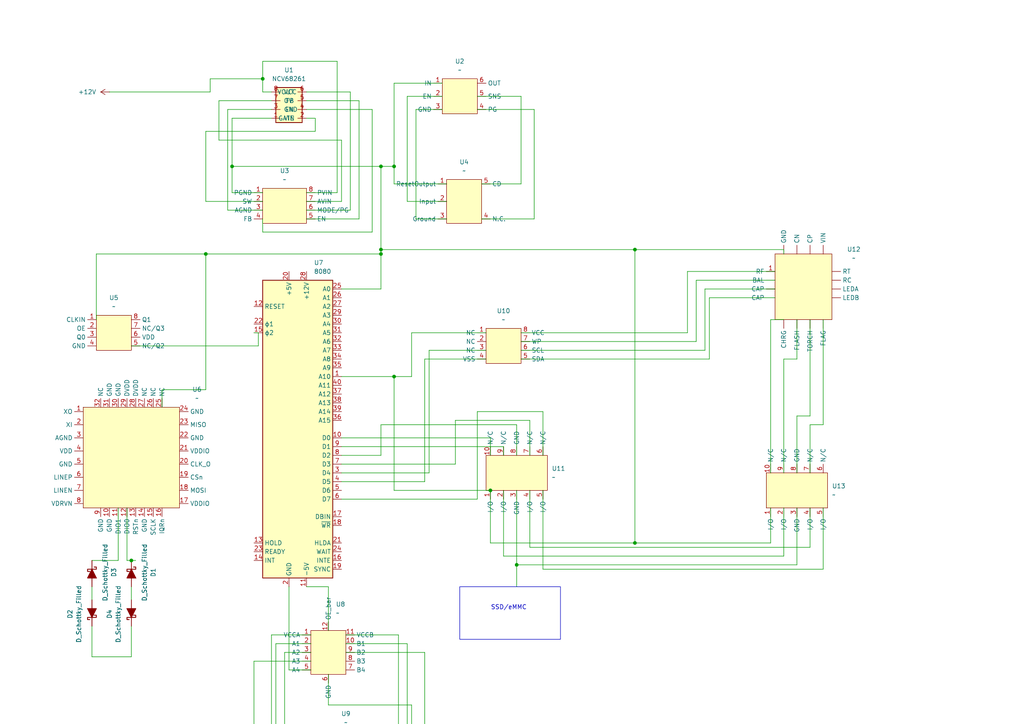
<source format=kicad_sch>
(kicad_sch
	(version 20250114)
	(generator "eeschema")
	(generator_version "9.0")
	(uuid "67ce243c-0345-483a-bb14-38a1cb195d45")
	(paper "A4")
	(lib_symbols
		(symbol "Device:D_Schottky_Filled"
			(pin_numbers
				(hide yes)
			)
			(pin_names
				(offset 1.016)
				(hide yes)
			)
			(exclude_from_sim no)
			(in_bom yes)
			(on_board yes)
			(property "Reference" "D"
				(at 0 2.54 0)
				(effects
					(font
						(size 1.27 1.27)
					)
				)
			)
			(property "Value" "D_Schottky_Filled"
				(at 0 -2.54 0)
				(effects
					(font
						(size 1.27 1.27)
					)
				)
			)
			(property "Footprint" ""
				(at 0 0 0)
				(effects
					(font
						(size 1.27 1.27)
					)
					(hide yes)
				)
			)
			(property "Datasheet" "~"
				(at 0 0 0)
				(effects
					(font
						(size 1.27 1.27)
					)
					(hide yes)
				)
			)
			(property "Description" "Schottky diode, filled shape"
				(at 0 0 0)
				(effects
					(font
						(size 1.27 1.27)
					)
					(hide yes)
				)
			)
			(property "ki_keywords" "diode Schottky"
				(at 0 0 0)
				(effects
					(font
						(size 1.27 1.27)
					)
					(hide yes)
				)
			)
			(property "ki_fp_filters" "TO-???* *_Diode_* *SingleDiode* D_*"
				(at 0 0 0)
				(effects
					(font
						(size 1.27 1.27)
					)
					(hide yes)
				)
			)
			(symbol "D_Schottky_Filled_0_1"
				(polyline
					(pts
						(xy -1.905 0.635) (xy -1.905 1.27) (xy -1.27 1.27) (xy -1.27 -1.27) (xy -0.635 -1.27) (xy -0.635 -0.635)
					)
					(stroke
						(width 0.254)
						(type default)
					)
					(fill
						(type none)
					)
				)
				(polyline
					(pts
						(xy 1.27 1.27) (xy 1.27 -1.27) (xy -1.27 0) (xy 1.27 1.27)
					)
					(stroke
						(width 0.254)
						(type default)
					)
					(fill
						(type outline)
					)
				)
				(polyline
					(pts
						(xy 1.27 0) (xy -1.27 0)
					)
					(stroke
						(width 0)
						(type default)
					)
					(fill
						(type none)
					)
				)
			)
			(symbol "D_Schottky_Filled_1_1"
				(pin passive line
					(at -3.81 0 0)
					(length 2.54)
					(name "K"
						(effects
							(font
								(size 1.27 1.27)
							)
						)
					)
					(number "1"
						(effects
							(font
								(size 1.27 1.27)
							)
						)
					)
				)
				(pin passive line
					(at 3.81 0 180)
					(length 2.54)
					(name "A"
						(effects
							(font
								(size 1.27 1.27)
							)
						)
					)
					(number "2"
						(effects
							(font
								(size 1.27 1.27)
							)
						)
					)
				)
			)
			(embedded_fonts no)
		)
		(symbol "MCU_Intel:8080"
			(exclude_from_sim no)
			(in_bom yes)
			(on_board yes)
			(property "Reference" "U"
				(at -7.62 44.45 0)
				(effects
					(font
						(size 1.27 1.27)
					)
				)
			)
			(property "Value" "8080"
				(at 7.62 44.45 0)
				(effects
					(font
						(size 1.27 1.27)
					)
				)
			)
			(property "Footprint" "Package_DIP:DIP-40_W15.24mm"
				(at 0 15.24 0)
				(effects
					(font
						(size 1.27 1.27)
					)
					(hide yes)
				)
			)
			(property "Datasheet" "http://datasheets.chipdb.org/Intel/MCS-80/intel-8080.pdf"
				(at 0 15.24 0)
				(effects
					(font
						(size 1.27 1.27)
					)
					(hide yes)
				)
			)
			(property "Description" "8-bit N-channel Microprocessor, DIP-40"
				(at 0 0 0)
				(effects
					(font
						(size 1.27 1.27)
					)
					(hide yes)
				)
			)
			(property "ki_keywords" "cpu mpu microprocessor"
				(at 0 0 0)
				(effects
					(font
						(size 1.27 1.27)
					)
					(hide yes)
				)
			)
			(property "ki_fp_filters" "DIP*W15.24*"
				(at 0 0 0)
				(effects
					(font
						(size 1.27 1.27)
					)
					(hide yes)
				)
			)
			(symbol "8080_0_1"
				(rectangle
					(start -10.16 43.18)
					(end 10.16 -43.18)
					(stroke
						(width 0.254)
						(type default)
					)
					(fill
						(type background)
					)
				)
			)
			(symbol "8080_1_1"
				(pin input line
					(at -12.7 35.56 0)
					(length 2.54)
					(name "RESET"
						(effects
							(font
								(size 1.27 1.27)
							)
						)
					)
					(number "12"
						(effects
							(font
								(size 1.27 1.27)
							)
						)
					)
				)
				(pin input line
					(at -12.7 30.48 0)
					(length 2.54)
					(name "ϕ1"
						(effects
							(font
								(size 1.27 1.27)
							)
						)
					)
					(number "22"
						(effects
							(font
								(size 1.27 1.27)
							)
						)
					)
				)
				(pin input line
					(at -12.7 27.94 0)
					(length 2.54)
					(name "ϕ2"
						(effects
							(font
								(size 1.27 1.27)
							)
						)
					)
					(number "15"
						(effects
							(font
								(size 1.27 1.27)
							)
						)
					)
				)
				(pin input line
					(at -12.7 -33.02 0)
					(length 2.54)
					(name "HOLD"
						(effects
							(font
								(size 1.27 1.27)
							)
						)
					)
					(number "13"
						(effects
							(font
								(size 1.27 1.27)
							)
						)
					)
				)
				(pin input line
					(at -12.7 -35.56 0)
					(length 2.54)
					(name "READY"
						(effects
							(font
								(size 1.27 1.27)
							)
						)
					)
					(number "23"
						(effects
							(font
								(size 1.27 1.27)
							)
						)
					)
				)
				(pin input line
					(at -12.7 -38.1 0)
					(length 2.54)
					(name "INT"
						(effects
							(font
								(size 1.27 1.27)
							)
						)
					)
					(number "14"
						(effects
							(font
								(size 1.27 1.27)
							)
						)
					)
				)
				(pin power_in line
					(at -2.54 45.72 270)
					(length 2.54)
					(name "+5V"
						(effects
							(font
								(size 1.27 1.27)
							)
						)
					)
					(number "20"
						(effects
							(font
								(size 1.27 1.27)
							)
						)
					)
				)
				(pin power_in line
					(at -2.54 -45.72 90)
					(length 2.54)
					(name "GND"
						(effects
							(font
								(size 1.27 1.27)
							)
						)
					)
					(number "2"
						(effects
							(font
								(size 1.27 1.27)
							)
						)
					)
				)
				(pin power_in line
					(at 2.54 45.72 270)
					(length 2.54)
					(name "+12V"
						(effects
							(font
								(size 1.27 1.27)
							)
						)
					)
					(number "28"
						(effects
							(font
								(size 1.27 1.27)
							)
						)
					)
				)
				(pin power_in line
					(at 2.54 -45.72 90)
					(length 2.54)
					(name "-5V"
						(effects
							(font
								(size 1.27 1.27)
							)
						)
					)
					(number "11"
						(effects
							(font
								(size 1.27 1.27)
							)
						)
					)
				)
				(pin output line
					(at 12.7 40.64 180)
					(length 2.54)
					(name "A0"
						(effects
							(font
								(size 1.27 1.27)
							)
						)
					)
					(number "25"
						(effects
							(font
								(size 1.27 1.27)
							)
						)
					)
				)
				(pin output line
					(at 12.7 38.1 180)
					(length 2.54)
					(name "A1"
						(effects
							(font
								(size 1.27 1.27)
							)
						)
					)
					(number "26"
						(effects
							(font
								(size 1.27 1.27)
							)
						)
					)
				)
				(pin output line
					(at 12.7 35.56 180)
					(length 2.54)
					(name "A2"
						(effects
							(font
								(size 1.27 1.27)
							)
						)
					)
					(number "27"
						(effects
							(font
								(size 1.27 1.27)
							)
						)
					)
				)
				(pin output line
					(at 12.7 33.02 180)
					(length 2.54)
					(name "A3"
						(effects
							(font
								(size 1.27 1.27)
							)
						)
					)
					(number "29"
						(effects
							(font
								(size 1.27 1.27)
							)
						)
					)
				)
				(pin output line
					(at 12.7 30.48 180)
					(length 2.54)
					(name "A4"
						(effects
							(font
								(size 1.27 1.27)
							)
						)
					)
					(number "30"
						(effects
							(font
								(size 1.27 1.27)
							)
						)
					)
				)
				(pin output line
					(at 12.7 27.94 180)
					(length 2.54)
					(name "A5"
						(effects
							(font
								(size 1.27 1.27)
							)
						)
					)
					(number "31"
						(effects
							(font
								(size 1.27 1.27)
							)
						)
					)
				)
				(pin output line
					(at 12.7 25.4 180)
					(length 2.54)
					(name "A6"
						(effects
							(font
								(size 1.27 1.27)
							)
						)
					)
					(number "32"
						(effects
							(font
								(size 1.27 1.27)
							)
						)
					)
				)
				(pin output line
					(at 12.7 22.86 180)
					(length 2.54)
					(name "A7"
						(effects
							(font
								(size 1.27 1.27)
							)
						)
					)
					(number "33"
						(effects
							(font
								(size 1.27 1.27)
							)
						)
					)
				)
				(pin output line
					(at 12.7 20.32 180)
					(length 2.54)
					(name "A8"
						(effects
							(font
								(size 1.27 1.27)
							)
						)
					)
					(number "34"
						(effects
							(font
								(size 1.27 1.27)
							)
						)
					)
				)
				(pin output line
					(at 12.7 17.78 180)
					(length 2.54)
					(name "A9"
						(effects
							(font
								(size 1.27 1.27)
							)
						)
					)
					(number "35"
						(effects
							(font
								(size 1.27 1.27)
							)
						)
					)
				)
				(pin output line
					(at 12.7 15.24 180)
					(length 2.54)
					(name "A10"
						(effects
							(font
								(size 1.27 1.27)
							)
						)
					)
					(number "1"
						(effects
							(font
								(size 1.27 1.27)
							)
						)
					)
				)
				(pin output line
					(at 12.7 12.7 180)
					(length 2.54)
					(name "A11"
						(effects
							(font
								(size 1.27 1.27)
							)
						)
					)
					(number "40"
						(effects
							(font
								(size 1.27 1.27)
							)
						)
					)
				)
				(pin output line
					(at 12.7 10.16 180)
					(length 2.54)
					(name "A12"
						(effects
							(font
								(size 1.27 1.27)
							)
						)
					)
					(number "37"
						(effects
							(font
								(size 1.27 1.27)
							)
						)
					)
				)
				(pin output line
					(at 12.7 7.62 180)
					(length 2.54)
					(name "A13"
						(effects
							(font
								(size 1.27 1.27)
							)
						)
					)
					(number "38"
						(effects
							(font
								(size 1.27 1.27)
							)
						)
					)
				)
				(pin output line
					(at 12.7 5.08 180)
					(length 2.54)
					(name "A14"
						(effects
							(font
								(size 1.27 1.27)
							)
						)
					)
					(number "39"
						(effects
							(font
								(size 1.27 1.27)
							)
						)
					)
				)
				(pin output line
					(at 12.7 2.54 180)
					(length 2.54)
					(name "A15"
						(effects
							(font
								(size 1.27 1.27)
							)
						)
					)
					(number "36"
						(effects
							(font
								(size 1.27 1.27)
							)
						)
					)
				)
				(pin bidirectional line
					(at 12.7 -2.54 180)
					(length 2.54)
					(name "D0"
						(effects
							(font
								(size 1.27 1.27)
							)
						)
					)
					(number "10"
						(effects
							(font
								(size 1.27 1.27)
							)
						)
					)
				)
				(pin bidirectional line
					(at 12.7 -5.08 180)
					(length 2.54)
					(name "D1"
						(effects
							(font
								(size 1.27 1.27)
							)
						)
					)
					(number "9"
						(effects
							(font
								(size 1.27 1.27)
							)
						)
					)
				)
				(pin bidirectional line
					(at 12.7 -7.62 180)
					(length 2.54)
					(name "D2"
						(effects
							(font
								(size 1.27 1.27)
							)
						)
					)
					(number "8"
						(effects
							(font
								(size 1.27 1.27)
							)
						)
					)
				)
				(pin bidirectional line
					(at 12.7 -10.16 180)
					(length 2.54)
					(name "D3"
						(effects
							(font
								(size 1.27 1.27)
							)
						)
					)
					(number "7"
						(effects
							(font
								(size 1.27 1.27)
							)
						)
					)
				)
				(pin bidirectional line
					(at 12.7 -12.7 180)
					(length 2.54)
					(name "D4"
						(effects
							(font
								(size 1.27 1.27)
							)
						)
					)
					(number "3"
						(effects
							(font
								(size 1.27 1.27)
							)
						)
					)
				)
				(pin bidirectional line
					(at 12.7 -15.24 180)
					(length 2.54)
					(name "D5"
						(effects
							(font
								(size 1.27 1.27)
							)
						)
					)
					(number "4"
						(effects
							(font
								(size 1.27 1.27)
							)
						)
					)
				)
				(pin bidirectional line
					(at 12.7 -17.78 180)
					(length 2.54)
					(name "D6"
						(effects
							(font
								(size 1.27 1.27)
							)
						)
					)
					(number "5"
						(effects
							(font
								(size 1.27 1.27)
							)
						)
					)
				)
				(pin bidirectional line
					(at 12.7 -20.32 180)
					(length 2.54)
					(name "D7"
						(effects
							(font
								(size 1.27 1.27)
							)
						)
					)
					(number "6"
						(effects
							(font
								(size 1.27 1.27)
							)
						)
					)
				)
				(pin output line
					(at 12.7 -25.4 180)
					(length 2.54)
					(name "DBIN"
						(effects
							(font
								(size 1.27 1.27)
							)
						)
					)
					(number "17"
						(effects
							(font
								(size 1.27 1.27)
							)
						)
					)
				)
				(pin output line
					(at 12.7 -27.94 180)
					(length 2.54)
					(name "~{WR}"
						(effects
							(font
								(size 1.27 1.27)
							)
						)
					)
					(number "18"
						(effects
							(font
								(size 1.27 1.27)
							)
						)
					)
				)
				(pin output line
					(at 12.7 -33.02 180)
					(length 2.54)
					(name "HLDA"
						(effects
							(font
								(size 1.27 1.27)
							)
						)
					)
					(number "21"
						(effects
							(font
								(size 1.27 1.27)
							)
						)
					)
				)
				(pin output line
					(at 12.7 -35.56 180)
					(length 2.54)
					(name "WAIT"
						(effects
							(font
								(size 1.27 1.27)
							)
						)
					)
					(number "24"
						(effects
							(font
								(size 1.27 1.27)
							)
						)
					)
				)
				(pin output line
					(at 12.7 -38.1 180)
					(length 2.54)
					(name "INTE"
						(effects
							(font
								(size 1.27 1.27)
							)
						)
					)
					(number "16"
						(effects
							(font
								(size 1.27 1.27)
							)
						)
					)
				)
				(pin output line
					(at 12.7 -40.64 180)
					(length 2.54)
					(name "SYNC"
						(effects
							(font
								(size 1.27 1.27)
							)
						)
					)
					(number "19"
						(effects
							(font
								(size 1.27 1.27)
							)
						)
					)
				)
			)
			(embedded_fonts no)
		)
		(symbol "infotainment_components:CAT3224"
			(exclude_from_sim no)
			(in_bom yes)
			(on_board yes)
			(property "Reference" "U"
				(at 0 0 0)
				(effects
					(font
						(size 1.27 1.27)
					)
				)
			)
			(property "Value" ""
				(at 0 0 0)
				(effects
					(font
						(size 1.27 1.27)
					)
				)
			)
			(property "Footprint" ""
				(at 0 0 0)
				(effects
					(font
						(size 1.27 1.27)
					)
					(hide yes)
				)
			)
			(property "Datasheet" ""
				(at 0 0 0)
				(effects
					(font
						(size 1.27 1.27)
					)
					(hide yes)
				)
			)
			(property "Description" ""
				(at 0 0 0)
				(effects
					(font
						(size 1.27 1.27)
					)
					(hide yes)
				)
			)
			(symbol "CAT3224_1_1"
				(rectangle
					(start -7.62 -6.35)
					(end 8.89 -25.4)
					(stroke
						(width 0)
						(type solid)
					)
					(fill
						(type background)
					)
				)
				(pin input line
					(at -7.62 -11.43 180)
					(length 2.54)
					(name "RF"
						(effects
							(font
								(size 1.27 1.27)
							)
						)
					)
					(number "1"
						(effects
							(font
								(size 1.27 1.27)
							)
						)
					)
				)
				(pin input line
					(at -7.62 -13.97 180)
					(length 2.54)
					(name "BAL"
						(effects
							(font
								(size 1.27 1.27)
							)
						)
					)
					(number ""
						(effects
							(font
								(size 1.27 1.27)
							)
						)
					)
				)
				(pin input line
					(at -7.62 -16.51 180)
					(length 2.54)
					(name "CAP"
						(effects
							(font
								(size 1.27 1.27)
							)
						)
					)
					(number ""
						(effects
							(font
								(size 1.27 1.27)
							)
						)
					)
				)
				(pin input line
					(at -7.62 -19.05 180)
					(length 2.54)
					(name "CAP"
						(effects
							(font
								(size 1.27 1.27)
							)
						)
					)
					(number ""
						(effects
							(font
								(size 1.27 1.27)
							)
						)
					)
				)
				(pin input line
					(at -5.08 -6.35 90)
					(length 2.54)
					(name "GND"
						(effects
							(font
								(size 1.27 1.27)
							)
						)
					)
					(number ""
						(effects
							(font
								(size 1.27 1.27)
							)
						)
					)
				)
				(pin input line
					(at -5.08 -25.4 270)
					(length 2.54)
					(name "CHRG"
						(effects
							(font
								(size 1.27 1.27)
							)
						)
					)
					(number ""
						(effects
							(font
								(size 1.27 1.27)
							)
						)
					)
				)
				(pin input line
					(at -1.27 -6.35 90)
					(length 2.54)
					(name "CN"
						(effects
							(font
								(size 1.27 1.27)
							)
						)
					)
					(number ""
						(effects
							(font
								(size 1.27 1.27)
							)
						)
					)
				)
				(pin input line
					(at -1.27 -25.4 270)
					(length 2.54)
					(name "FLASH"
						(effects
							(font
								(size 1.27 1.27)
							)
						)
					)
					(number ""
						(effects
							(font
								(size 1.27 1.27)
							)
						)
					)
				)
				(pin input line
					(at 2.54 -6.35 90)
					(length 2.54)
					(name "CP"
						(effects
							(font
								(size 1.27 1.27)
							)
						)
					)
					(number ""
						(effects
							(font
								(size 1.27 1.27)
							)
						)
					)
				)
				(pin input line
					(at 2.54 -25.4 270)
					(length 2.54)
					(name "TORCH"
						(effects
							(font
								(size 1.27 1.27)
							)
						)
					)
					(number ""
						(effects
							(font
								(size 1.27 1.27)
							)
						)
					)
				)
				(pin input line
					(at 6.35 -6.35 90)
					(length 2.54)
					(name "VIN"
						(effects
							(font
								(size 1.27 1.27)
							)
						)
					)
					(number ""
						(effects
							(font
								(size 1.27 1.27)
							)
						)
					)
				)
				(pin input line
					(at 6.35 -25.4 270)
					(length 2.54)
					(name "FLAG"
						(effects
							(font
								(size 1.27 1.27)
							)
						)
					)
					(number ""
						(effects
							(font
								(size 1.27 1.27)
							)
						)
					)
				)
				(pin input line
					(at 8.89 -11.43 0)
					(length 2.54)
					(name "RT"
						(effects
							(font
								(size 1.27 1.27)
							)
						)
					)
					(number ""
						(effects
							(font
								(size 1.27 1.27)
							)
						)
					)
				)
				(pin input line
					(at 8.89 -13.97 0)
					(length 2.54)
					(name "RC"
						(effects
							(font
								(size 1.27 1.27)
							)
						)
					)
					(number ""
						(effects
							(font
								(size 1.27 1.27)
							)
						)
					)
				)
				(pin input line
					(at 8.89 -16.51 0)
					(length 2.54)
					(name "LEDA"
						(effects
							(font
								(size 1.27 1.27)
							)
						)
					)
					(number ""
						(effects
							(font
								(size 1.27 1.27)
							)
						)
					)
				)
				(pin input line
					(at 8.89 -19.05 0)
					(length 2.54)
					(name "LEDB"
						(effects
							(font
								(size 1.27 1.27)
							)
						)
					)
					(number ""
						(effects
							(font
								(size 1.27 1.27)
							)
						)
					)
				)
			)
			(embedded_fonts no)
		)
		(symbol "infotainment_components:ESD7104"
			(exclude_from_sim no)
			(in_bom yes)
			(on_board yes)
			(property "Reference" "U"
				(at 0 0 0)
				(effects
					(font
						(size 1.27 1.27)
					)
				)
			)
			(property "Value" ""
				(at 0 0 0)
				(effects
					(font
						(size 1.27 1.27)
					)
				)
			)
			(property "Footprint" ""
				(at 0 0 0)
				(effects
					(font
						(size 1.27 1.27)
					)
					(hide yes)
				)
			)
			(property "Datasheet" ""
				(at 0 0 0)
				(effects
					(font
						(size 1.27 1.27)
					)
					(hide yes)
				)
			)
			(property "Description" ""
				(at 0 0 0)
				(effects
					(font
						(size 1.27 1.27)
					)
					(hide yes)
				)
			)
			(symbol "ESD7104_1_1"
				(rectangle
					(start -8.89 -8.89)
					(end 8.89 -19.05)
					(stroke
						(width 0)
						(type solid)
					)
					(fill
						(type background)
					)
				)
				(pin input line
					(at -7.62 -8.89 90)
					(length 2.54)
					(name "N/C"
						(effects
							(font
								(size 1.27 1.27)
							)
						)
					)
					(number "10"
						(effects
							(font
								(size 1.27 1.27)
							)
						)
					)
				)
				(pin input line
					(at -7.62 -19.05 270)
					(length 2.54)
					(name "I/O"
						(effects
							(font
								(size 1.27 1.27)
							)
						)
					)
					(number "1"
						(effects
							(font
								(size 1.27 1.27)
							)
						)
					)
				)
				(pin input line
					(at -3.81 -8.89 90)
					(length 2.54)
					(name "N/C"
						(effects
							(font
								(size 1.27 1.27)
							)
						)
					)
					(number "9"
						(effects
							(font
								(size 1.27 1.27)
							)
						)
					)
				)
				(pin input line
					(at -3.81 -19.05 270)
					(length 2.54)
					(name "I/O"
						(effects
							(font
								(size 1.27 1.27)
							)
						)
					)
					(number "2"
						(effects
							(font
								(size 1.27 1.27)
							)
						)
					)
				)
				(pin input line
					(at 0 -8.89 90)
					(length 2.54)
					(name "GND"
						(effects
							(font
								(size 1.27 1.27)
							)
						)
					)
					(number "8"
						(effects
							(font
								(size 1.27 1.27)
							)
						)
					)
				)
				(pin input line
					(at 0 -19.05 270)
					(length 2.54)
					(name "GND"
						(effects
							(font
								(size 1.27 1.27)
							)
						)
					)
					(number "3"
						(effects
							(font
								(size 1.27 1.27)
							)
						)
					)
				)
				(pin input line
					(at 3.81 -8.89 90)
					(length 2.54)
					(name "N/C"
						(effects
							(font
								(size 1.27 1.27)
							)
						)
					)
					(number "7"
						(effects
							(font
								(size 1.27 1.27)
							)
						)
					)
				)
				(pin input line
					(at 3.81 -19.05 270)
					(length 2.54)
					(name "I/O"
						(effects
							(font
								(size 1.27 1.27)
							)
						)
					)
					(number "4"
						(effects
							(font
								(size 1.27 1.27)
							)
						)
					)
				)
				(pin input line
					(at 7.62 -8.89 90)
					(length 2.54)
					(name "N/C"
						(effects
							(font
								(size 1.27 1.27)
							)
						)
					)
					(number "6"
						(effects
							(font
								(size 1.27 1.27)
							)
						)
					)
				)
				(pin input line
					(at 7.62 -19.05 270)
					(length 2.54)
					(name "I/O"
						(effects
							(font
								(size 1.27 1.27)
							)
						)
					)
					(number "5"
						(effects
							(font
								(size 1.27 1.27)
							)
						)
					)
				)
			)
			(embedded_fonts no)
		)
		(symbol "infotainment_components:NB3V1102C"
			(exclude_from_sim no)
			(in_bom yes)
			(on_board yes)
			(property "Reference" "U"
				(at 0 0 0)
				(effects
					(font
						(size 1.27 1.27)
					)
				)
			)
			(property "Value" ""
				(at 0 0 0)
				(effects
					(font
						(size 1.27 1.27)
					)
				)
			)
			(property "Footprint" ""
				(at 0 0 0)
				(effects
					(font
						(size 1.27 1.27)
					)
					(hide yes)
				)
			)
			(property "Datasheet" ""
				(at 0 0 0)
				(effects
					(font
						(size 1.27 1.27)
					)
					(hide yes)
				)
			)
			(property "Description" ""
				(at 0 0 0)
				(effects
					(font
						(size 1.27 1.27)
					)
					(hide yes)
				)
			)
			(symbol "NB3V1102C_1_1"
				(rectangle
					(start -5.08 -2.54)
					(end 5.08 -12.7)
					(stroke
						(width 0)
						(type solid)
					)
					(fill
						(type background)
					)
				)
				(pin input line
					(at -5.08 -3.81 180)
					(length 2.54)
					(name "CLKIN"
						(effects
							(font
								(size 1.27 1.27)
							)
						)
					)
					(number "1"
						(effects
							(font
								(size 1.27 1.27)
							)
						)
					)
				)
				(pin input line
					(at -5.08 -6.35 180)
					(length 2.54)
					(name "OE"
						(effects
							(font
								(size 1.27 1.27)
							)
						)
					)
					(number "2"
						(effects
							(font
								(size 1.27 1.27)
							)
						)
					)
				)
				(pin input line
					(at -5.08 -8.89 180)
					(length 2.54)
					(name "Q0"
						(effects
							(font
								(size 1.27 1.27)
							)
						)
					)
					(number "3"
						(effects
							(font
								(size 1.27 1.27)
							)
						)
					)
				)
				(pin input line
					(at -5.08 -11.43 180)
					(length 2.54)
					(name "GND"
						(effects
							(font
								(size 1.27 1.27)
							)
						)
					)
					(number "4"
						(effects
							(font
								(size 1.27 1.27)
							)
						)
					)
				)
				(pin input line
					(at 5.08 -3.81 0)
					(length 2.54)
					(name "Q1"
						(effects
							(font
								(size 1.27 1.27)
							)
						)
					)
					(number "8"
						(effects
							(font
								(size 1.27 1.27)
							)
						)
					)
				)
				(pin input line
					(at 5.08 -6.35 0)
					(length 2.54)
					(name "NC/Q3"
						(effects
							(font
								(size 1.27 1.27)
							)
						)
					)
					(number "7"
						(effects
							(font
								(size 1.27 1.27)
							)
						)
					)
				)
				(pin input line
					(at 5.08 -8.89 0)
					(length 2.54)
					(name "VDD"
						(effects
							(font
								(size 1.27 1.27)
							)
						)
					)
					(number "6"
						(effects
							(font
								(size 1.27 1.27)
							)
						)
					)
				)
				(pin input line
					(at 5.08 -11.43 0)
					(length 2.54)
					(name "NC/Q2"
						(effects
							(font
								(size 1.27 1.27)
							)
						)
					)
					(number "5"
						(effects
							(font
								(size 1.27 1.27)
							)
						)
					)
				)
			)
			(embedded_fonts no)
		)
		(symbol "infotainment_components:NCP303"
			(exclude_from_sim no)
			(in_bom yes)
			(on_board yes)
			(property "Reference" "U"
				(at 0 0 0)
				(effects
					(font
						(size 1.27 1.27)
					)
				)
			)
			(property "Value" ""
				(at 0 0 0)
				(effects
					(font
						(size 1.27 1.27)
					)
				)
			)
			(property "Footprint" ""
				(at 0 0 0)
				(effects
					(font
						(size 1.27 1.27)
					)
					(hide yes)
				)
			)
			(property "Datasheet" ""
				(at 0 0 0)
				(effects
					(font
						(size 1.27 1.27)
					)
					(hide yes)
				)
			)
			(property "Description" ""
				(at 0 0 0)
				(effects
					(font
						(size 1.27 1.27)
					)
					(hide yes)
				)
			)
			(symbol "NCP303_1_1"
				(rectangle
					(start -5.08 -2.54)
					(end 5.08 -15.24)
					(stroke
						(width 0)
						(type solid)
					)
					(fill
						(type background)
					)
				)
				(pin input line
					(at -5.08 -3.81 180)
					(length 2.54)
					(name "ResetOutput"
						(effects
							(font
								(size 1.27 1.27)
							)
						)
					)
					(number "1"
						(effects
							(font
								(size 1.27 1.27)
							)
						)
					)
				)
				(pin input line
					(at -5.08 -8.89 180)
					(length 2.54)
					(name "Input"
						(effects
							(font
								(size 1.27 1.27)
							)
						)
					)
					(number "2"
						(effects
							(font
								(size 1.27 1.27)
							)
						)
					)
				)
				(pin input line
					(at -5.08 -13.97 180)
					(length 2.54)
					(name "Ground"
						(effects
							(font
								(size 1.27 1.27)
							)
						)
					)
					(number "3"
						(effects
							(font
								(size 1.27 1.27)
							)
						)
					)
				)
				(pin input line
					(at 5.08 -3.81 0)
					(length 2.54)
					(name "CD"
						(effects
							(font
								(size 1.27 1.27)
							)
						)
					)
					(number "5"
						(effects
							(font
								(size 1.27 1.27)
							)
						)
					)
				)
				(pin input line
					(at 5.08 -13.97 0)
					(length 2.54)
					(name "N.C."
						(effects
							(font
								(size 1.27 1.27)
							)
						)
					)
					(number "4"
						(effects
							(font
								(size 1.27 1.27)
							)
						)
					)
				)
			)
			(embedded_fonts no)
		)
		(symbol "infotainment_components:NCV6324"
			(exclude_from_sim no)
			(in_bom yes)
			(on_board yes)
			(property "Reference" "U"
				(at 0 0 0)
				(effects
					(font
						(size 1.27 1.27)
					)
				)
			)
			(property "Value" ""
				(at 0 0 0)
				(effects
					(font
						(size 1.27 1.27)
					)
				)
			)
			(property "Footprint" ""
				(at 0 0 0)
				(effects
					(font
						(size 1.27 1.27)
					)
					(hide yes)
				)
			)
			(property "Datasheet" ""
				(at 0 0 0)
				(effects
					(font
						(size 1.27 1.27)
					)
					(hide yes)
				)
			)
			(property "Description" ""
				(at 0 0 0)
				(effects
					(font
						(size 1.27 1.27)
					)
					(hide yes)
				)
			)
			(symbol "NCV6324_1_1"
				(rectangle
					(start -6.35 -3.81)
					(end 6.35 -13.97)
					(stroke
						(width 0)
						(type solid)
					)
					(fill
						(type background)
					)
				)
				(pin input line
					(at -6.35 -5.08 180)
					(length 2.54)
					(name "PGND"
						(effects
							(font
								(size 1.27 1.27)
							)
						)
					)
					(number "1"
						(effects
							(font
								(size 1.27 1.27)
							)
						)
					)
				)
				(pin input line
					(at -6.35 -7.62 180)
					(length 2.54)
					(name "SW"
						(effects
							(font
								(size 1.27 1.27)
							)
						)
					)
					(number "2"
						(effects
							(font
								(size 1.27 1.27)
							)
						)
					)
				)
				(pin input line
					(at -6.35 -10.16 180)
					(length 2.54)
					(name "AGND"
						(effects
							(font
								(size 1.27 1.27)
							)
						)
					)
					(number "3"
						(effects
							(font
								(size 1.27 1.27)
							)
						)
					)
				)
				(pin input line
					(at -6.35 -12.7 180)
					(length 2.54)
					(name "FB"
						(effects
							(font
								(size 1.27 1.27)
							)
						)
					)
					(number "4"
						(effects
							(font
								(size 1.27 1.27)
							)
						)
					)
				)
				(pin input line
					(at 6.35 -5.08 0)
					(length 2.54)
					(name "PVIN"
						(effects
							(font
								(size 1.27 1.27)
							)
						)
					)
					(number "8"
						(effects
							(font
								(size 1.27 1.27)
							)
						)
					)
				)
				(pin input line
					(at 6.35 -7.62 0)
					(length 2.54)
					(name "AVIN"
						(effects
							(font
								(size 1.27 1.27)
							)
						)
					)
					(number "7"
						(effects
							(font
								(size 1.27 1.27)
							)
						)
					)
				)
				(pin input line
					(at 6.35 -10.16 0)
					(length 2.54)
					(name "MODE/PG"
						(effects
							(font
								(size 1.27 1.27)
							)
						)
					)
					(number "6"
						(effects
							(font
								(size 1.27 1.27)
							)
						)
					)
				)
				(pin input line
					(at 6.35 -12.7 0)
					(length 2.54)
					(name "EN"
						(effects
							(font
								(size 1.27 1.27)
							)
						)
					)
					(number "5"
						(effects
							(font
								(size 1.27 1.27)
							)
						)
					)
				)
			)
			(embedded_fonts no)
		)
		(symbol "infotainment_components:NCV7410"
			(exclude_from_sim no)
			(in_bom yes)
			(on_board yes)
			(property "Reference" "U"
				(at 0 1.524 0)
				(effects
					(font
						(size 1.27 1.27)
					)
				)
			)
			(property "Value" ""
				(at 0 0 0)
				(effects
					(font
						(size 1.27 1.27)
					)
				)
			)
			(property "Footprint" ""
				(at 0 0 0)
				(effects
					(font
						(size 1.27 1.27)
					)
					(hide yes)
				)
			)
			(property "Datasheet" ""
				(at 0 0 0)
				(effects
					(font
						(size 1.27 1.27)
					)
					(hide yes)
				)
			)
			(property "Description" ""
				(at 0 0 0)
				(effects
					(font
						(size 1.27 1.27)
					)
					(hide yes)
				)
			)
			(symbol "NCV7410_1_1"
				(rectangle
					(start -15.24 -8.89)
					(end 12.7 -38.1)
					(stroke
						(width 0)
						(type solid)
					)
					(fill
						(type background)
					)
				)
				(pin input line
					(at -15.24 -10.16 180)
					(length 2.54)
					(name "XO"
						(effects
							(font
								(size 1.27 1.27)
							)
						)
					)
					(number "1"
						(effects
							(font
								(size 1.27 1.27)
							)
						)
					)
				)
				(pin input line
					(at -15.24 -13.97 180)
					(length 2.54)
					(name "XI"
						(effects
							(font
								(size 1.27 1.27)
							)
						)
					)
					(number "2"
						(effects
							(font
								(size 1.27 1.27)
							)
						)
					)
				)
				(pin input line
					(at -15.24 -17.78 180)
					(length 2.54)
					(name "AGND"
						(effects
							(font
								(size 1.27 1.27)
							)
						)
					)
					(number "3"
						(effects
							(font
								(size 1.27 1.27)
							)
						)
					)
				)
				(pin input line
					(at -15.24 -21.59 180)
					(length 2.54)
					(name "VDD"
						(effects
							(font
								(size 1.27 1.27)
							)
						)
					)
					(number "4"
						(effects
							(font
								(size 1.27 1.27)
							)
						)
					)
				)
				(pin input line
					(at -15.24 -25.4 180)
					(length 2.54)
					(name "GND"
						(effects
							(font
								(size 1.27 1.27)
							)
						)
					)
					(number "5"
						(effects
							(font
								(size 1.27 1.27)
							)
						)
					)
				)
				(pin input line
					(at -15.24 -29.21 180)
					(length 2.54)
					(name "LINEP"
						(effects
							(font
								(size 1.27 1.27)
							)
						)
					)
					(number "6"
						(effects
							(font
								(size 1.27 1.27)
							)
						)
					)
				)
				(pin input line
					(at -15.24 -33.02 180)
					(length 2.54)
					(name "LINEN"
						(effects
							(font
								(size 1.27 1.27)
							)
						)
					)
					(number "7"
						(effects
							(font
								(size 1.27 1.27)
							)
						)
					)
				)
				(pin input line
					(at -15.24 -36.83 180)
					(length 2.54)
					(name "VDRVN"
						(effects
							(font
								(size 1.27 1.27)
							)
						)
					)
					(number "8"
						(effects
							(font
								(size 1.27 1.27)
							)
						)
					)
				)
				(pin input line
					(at -10.16 -8.89 90)
					(length 2.54)
					(name "NC"
						(effects
							(font
								(size 1.27 1.27)
							)
						)
					)
					(number "32"
						(effects
							(font
								(size 1.27 1.27)
							)
						)
					)
				)
				(pin input line
					(at -10.16 -38.1 270)
					(length 2.54)
					(name "GND"
						(effects
							(font
								(size 1.27 1.27)
							)
						)
					)
					(number "9"
						(effects
							(font
								(size 1.27 1.27)
							)
						)
					)
				)
				(pin input line
					(at -7.62 -8.89 90)
					(length 2.54)
					(name "GND"
						(effects
							(font
								(size 1.27 1.27)
							)
						)
					)
					(number "31"
						(effects
							(font
								(size 1.27 1.27)
							)
						)
					)
				)
				(pin input line
					(at -7.62 -38.1 270)
					(length 2.54)
					(name "GND"
						(effects
							(font
								(size 1.27 1.27)
							)
						)
					)
					(number "10"
						(effects
							(font
								(size 1.27 1.27)
							)
						)
					)
				)
				(pin input line
					(at -5.08 -8.89 90)
					(length 2.54)
					(name "GND"
						(effects
							(font
								(size 1.27 1.27)
							)
						)
					)
					(number "30"
						(effects
							(font
								(size 1.27 1.27)
							)
						)
					)
				)
				(pin input line
					(at -5.08 -38.1 270)
					(length 2.54)
					(name "DIO1"
						(effects
							(font
								(size 1.27 1.27)
							)
						)
					)
					(number "11"
						(effects
							(font
								(size 1.27 1.27)
							)
						)
					)
				)
				(pin input line
					(at -2.54 -8.89 90)
					(length 2.54)
					(name "DVDD"
						(effects
							(font
								(size 1.27 1.27)
							)
						)
					)
					(number "29"
						(effects
							(font
								(size 1.27 1.27)
							)
						)
					)
				)
				(pin input line
					(at -2.54 -38.1 270)
					(length 2.54)
					(name "DIO0"
						(effects
							(font
								(size 1.27 1.27)
							)
						)
					)
					(number "12"
						(effects
							(font
								(size 1.27 1.27)
							)
						)
					)
				)
				(pin input line
					(at 0 -8.89 90)
					(length 2.54)
					(name "DVDD"
						(effects
							(font
								(size 1.27 1.27)
							)
						)
					)
					(number "28"
						(effects
							(font
								(size 1.27 1.27)
							)
						)
					)
				)
				(pin input line
					(at 0 -38.1 270)
					(length 2.54)
					(name "RSTn"
						(effects
							(font
								(size 1.27 1.27)
							)
						)
					)
					(number "13"
						(effects
							(font
								(size 1.27 1.27)
							)
						)
					)
				)
				(pin input line
					(at 2.54 -8.89 90)
					(length 2.54)
					(name "NC"
						(effects
							(font
								(size 1.27 1.27)
							)
						)
					)
					(number "27"
						(effects
							(font
								(size 1.27 1.27)
							)
						)
					)
				)
				(pin input line
					(at 2.54 -38.1 270)
					(length 2.54)
					(name "GND"
						(effects
							(font
								(size 1.27 1.27)
							)
						)
					)
					(number "14"
						(effects
							(font
								(size 1.27 1.27)
							)
						)
					)
				)
				(pin input line
					(at 5.08 -8.89 90)
					(length 2.54)
					(name "NC"
						(effects
							(font
								(size 1.27 1.27)
							)
						)
					)
					(number "26"
						(effects
							(font
								(size 1.27 1.27)
							)
						)
					)
				)
				(pin input line
					(at 5.08 -38.1 270)
					(length 2.54)
					(name "SCLK"
						(effects
							(font
								(size 1.27 1.27)
							)
						)
					)
					(number "15"
						(effects
							(font
								(size 1.27 1.27)
							)
						)
					)
				)
				(pin input line
					(at 7.62 -8.89 90)
					(length 2.54)
					(name "NC"
						(effects
							(font
								(size 1.27 1.27)
							)
						)
					)
					(number "25"
						(effects
							(font
								(size 1.27 1.27)
							)
						)
					)
				)
				(pin input line
					(at 7.62 -38.1 270)
					(length 2.54)
					(name "IQRn"
						(effects
							(font
								(size 1.27 1.27)
							)
						)
					)
					(number "16"
						(effects
							(font
								(size 1.27 1.27)
							)
						)
					)
				)
				(pin input line
					(at 12.7 -10.16 0)
					(length 2.54)
					(name "GND"
						(effects
							(font
								(size 1.27 1.27)
							)
						)
					)
					(number "24"
						(effects
							(font
								(size 1.27 1.27)
							)
						)
					)
				)
				(pin input line
					(at 12.7 -13.97 0)
					(length 2.54)
					(name "MISO"
						(effects
							(font
								(size 1.27 1.27)
							)
						)
					)
					(number "23"
						(effects
							(font
								(size 1.27 1.27)
							)
						)
					)
				)
				(pin input line
					(at 12.7 -17.78 0)
					(length 2.54)
					(name "GND"
						(effects
							(font
								(size 1.27 1.27)
							)
						)
					)
					(number "22"
						(effects
							(font
								(size 1.27 1.27)
							)
						)
					)
				)
				(pin input line
					(at 12.7 -21.59 0)
					(length 2.54)
					(name "VDDIO"
						(effects
							(font
								(size 1.27 1.27)
							)
						)
					)
					(number "21"
						(effects
							(font
								(size 1.27 1.27)
							)
						)
					)
				)
				(pin input line
					(at 12.7 -25.4 0)
					(length 2.54)
					(name "CLK_O"
						(effects
							(font
								(size 1.27 1.27)
							)
						)
					)
					(number "20"
						(effects
							(font
								(size 1.27 1.27)
							)
						)
					)
				)
				(pin input line
					(at 12.7 -29.21 0)
					(length 2.54)
					(name "CSn"
						(effects
							(font
								(size 1.27 1.27)
							)
						)
					)
					(number "19"
						(effects
							(font
								(size 1.27 1.27)
							)
						)
					)
				)
				(pin input line
					(at 12.7 -33.02 0)
					(length 2.54)
					(name "MOSI"
						(effects
							(font
								(size 1.27 1.27)
							)
						)
					)
					(number "18"
						(effects
							(font
								(size 1.27 1.27)
							)
						)
					)
				)
				(pin input line
					(at 12.7 -36.83 0)
					(length 2.54)
					(name "VDDIO"
						(effects
							(font
								(size 1.27 1.27)
							)
						)
					)
					(number "17"
						(effects
							(font
								(size 1.27 1.27)
							)
						)
					)
				)
			)
			(embedded_fonts no)
		)
		(symbol "infotainment_components:NCV8187"
			(exclude_from_sim no)
			(in_bom yes)
			(on_board yes)
			(property "Reference" "U"
				(at 0 0 0)
				(effects
					(font
						(size 1.27 1.27)
					)
				)
			)
			(property "Value" ""
				(at 0 0 0)
				(effects
					(font
						(size 1.27 1.27)
					)
				)
			)
			(property "Footprint" ""
				(at 0 0 0)
				(effects
					(font
						(size 1.27 1.27)
					)
					(hide yes)
				)
			)
			(property "Datasheet" ""
				(at 0 0 0)
				(effects
					(font
						(size 1.27 1.27)
					)
					(hide yes)
				)
			)
			(property "Description" ""
				(at 0 0 0)
				(effects
					(font
						(size 1.27 1.27)
					)
					(hide yes)
				)
			)
			(symbol "NCV8187_1_1"
				(rectangle
					(start -5.08 -2.54)
					(end 5.08 -12.7)
					(stroke
						(width 0)
						(type solid)
					)
					(fill
						(type background)
					)
				)
				(pin input line
					(at -5.08 -3.81 180)
					(length 2.54)
					(name "IN"
						(effects
							(font
								(size 1.27 1.27)
							)
						)
					)
					(number "1"
						(effects
							(font
								(size 1.27 1.27)
							)
						)
					)
				)
				(pin input line
					(at -5.08 -7.62 180)
					(length 2.54)
					(name "EN"
						(effects
							(font
								(size 1.27 1.27)
							)
						)
					)
					(number "2"
						(effects
							(font
								(size 1.27 1.27)
							)
						)
					)
				)
				(pin input line
					(at -5.08 -11.43 180)
					(length 2.54)
					(name "GND"
						(effects
							(font
								(size 1.27 1.27)
							)
						)
					)
					(number "3"
						(effects
							(font
								(size 1.27 1.27)
							)
						)
					)
				)
				(pin input line
					(at 5.08 -3.81 0)
					(length 2.54)
					(name "OUT"
						(effects
							(font
								(size 1.27 1.27)
							)
						)
					)
					(number "6"
						(effects
							(font
								(size 1.27 1.27)
							)
						)
					)
				)
				(pin input line
					(at 5.08 -7.62 0)
					(length 2.54)
					(name "SNS"
						(effects
							(font
								(size 1.27 1.27)
							)
						)
					)
					(number "5"
						(effects
							(font
								(size 1.27 1.27)
							)
						)
					)
				)
				(pin input line
					(at 5.08 -11.43 0)
					(length 2.54)
					(name "PG"
						(effects
							(font
								(size 1.27 1.27)
							)
						)
					)
					(number "4"
						(effects
							(font
								(size 1.27 1.27)
							)
						)
					)
				)
			)
			(embedded_fonts no)
		)
		(symbol "infotainment_components:NL3V4T244"
			(exclude_from_sim no)
			(in_bom yes)
			(on_board yes)
			(property "Reference" "U"
				(at 0 0 0)
				(effects
					(font
						(size 1.27 1.27)
					)
				)
			)
			(property "Value" ""
				(at 0 0 0)
				(effects
					(font
						(size 1.27 1.27)
					)
				)
			)
			(property "Footprint" ""
				(at 0 0 0)
				(effects
					(font
						(size 1.27 1.27)
					)
					(hide yes)
				)
			)
			(property "Datasheet" ""
				(at 0 0 0)
				(effects
					(font
						(size 1.27 1.27)
					)
					(hide yes)
				)
			)
			(property "Description" ""
				(at 0 0 0)
				(effects
					(font
						(size 1.27 1.27)
					)
					(hide yes)
				)
			)
			(symbol "NL3V4T244_1_1"
				(rectangle
					(start -5.08 -11.43)
					(end 5.08 -24.13)
					(stroke
						(width 0)
						(type solid)
					)
					(fill
						(type background)
					)
				)
				(pin input line
					(at -5.08 -12.7 180)
					(length 2.54)
					(name "VCCA"
						(effects
							(font
								(size 1.27 1.27)
							)
						)
					)
					(number "1"
						(effects
							(font
								(size 1.27 1.27)
							)
						)
					)
				)
				(pin input line
					(at -5.08 -15.24 180)
					(length 2.54)
					(name "A1"
						(effects
							(font
								(size 1.27 1.27)
							)
						)
					)
					(number "2"
						(effects
							(font
								(size 1.27 1.27)
							)
						)
					)
				)
				(pin input line
					(at -5.08 -17.78 180)
					(length 2.54)
					(name "A2"
						(effects
							(font
								(size 1.27 1.27)
							)
						)
					)
					(number "3"
						(effects
							(font
								(size 1.27 1.27)
							)
						)
					)
				)
				(pin input line
					(at -5.08 -20.32 180)
					(length 2.54)
					(name "A3"
						(effects
							(font
								(size 1.27 1.27)
							)
						)
					)
					(number "4"
						(effects
							(font
								(size 1.27 1.27)
							)
						)
					)
				)
				(pin input line
					(at -5.08 -22.86 180)
					(length 2.54)
					(name "A4"
						(effects
							(font
								(size 1.27 1.27)
							)
						)
					)
					(number "5"
						(effects
							(font
								(size 1.27 1.27)
							)
						)
					)
				)
				(pin input line
					(at 0 -11.43 90)
					(length 2.54)
					(name "OE_bar"
						(effects
							(font
								(size 1.27 1.27)
							)
						)
					)
					(number "12"
						(effects
							(font
								(size 1.27 1.27)
							)
						)
					)
				)
				(pin input line
					(at 0 -24.13 270)
					(length 2.54)
					(name "GND"
						(effects
							(font
								(size 1.27 1.27)
							)
						)
					)
					(number "6"
						(effects
							(font
								(size 1.27 1.27)
							)
						)
					)
				)
				(pin input line
					(at 5.08 -12.7 0)
					(length 2.54)
					(name "VCCB"
						(effects
							(font
								(size 1.27 1.27)
							)
						)
					)
					(number "11"
						(effects
							(font
								(size 1.27 1.27)
							)
						)
					)
				)
				(pin input line
					(at 5.08 -15.24 0)
					(length 2.54)
					(name "B1"
						(effects
							(font
								(size 1.27 1.27)
							)
						)
					)
					(number "10"
						(effects
							(font
								(size 1.27 1.27)
							)
						)
					)
				)
				(pin input line
					(at 5.08 -17.78 0)
					(length 2.54)
					(name "B2"
						(effects
							(font
								(size 1.27 1.27)
							)
						)
					)
					(number "9"
						(effects
							(font
								(size 1.27 1.27)
							)
						)
					)
				)
				(pin input line
					(at 5.08 -20.32 0)
					(length 2.54)
					(name "B3"
						(effects
							(font
								(size 1.27 1.27)
							)
						)
					)
					(number "8"
						(effects
							(font
								(size 1.27 1.27)
							)
						)
					)
				)
				(pin input line
					(at 5.08 -22.86 0)
					(length 2.54)
					(name "B4"
						(effects
							(font
								(size 1.27 1.27)
							)
						)
					)
					(number "7"
						(effects
							(font
								(size 1.27 1.27)
							)
						)
					)
				)
			)
			(embedded_fonts no)
		)
		(symbol "infotainment_components:NV24C16LV"
			(exclude_from_sim no)
			(in_bom yes)
			(on_board yes)
			(property "Reference" "U"
				(at 0 0 0)
				(effects
					(font
						(size 1.27 1.27)
					)
				)
			)
			(property "Value" ""
				(at 0 0 0)
				(effects
					(font
						(size 1.27 1.27)
					)
				)
			)
			(property "Footprint" ""
				(at 0 0 0)
				(effects
					(font
						(size 1.27 1.27)
					)
					(hide yes)
				)
			)
			(property "Datasheet" ""
				(at 0 0 0)
				(effects
					(font
						(size 1.27 1.27)
					)
					(hide yes)
				)
			)
			(property "Description" ""
				(at 0 0 0)
				(effects
					(font
						(size 1.27 1.27)
					)
					(hide yes)
				)
			)
			(symbol "NV24C16LV_1_1"
				(rectangle
					(start -5.08 -2.54)
					(end 5.08 -12.7)
					(stroke
						(width 0)
						(type solid)
					)
					(fill
						(type background)
					)
				)
				(pin input line
					(at -5.08 -3.81 180)
					(length 2.54)
					(name "NC"
						(effects
							(font
								(size 1.27 1.27)
							)
						)
					)
					(number "1"
						(effects
							(font
								(size 1.27 1.27)
							)
						)
					)
				)
				(pin input line
					(at -5.08 -6.35 180)
					(length 2.54)
					(name "NC"
						(effects
							(font
								(size 1.27 1.27)
							)
						)
					)
					(number "2"
						(effects
							(font
								(size 1.27 1.27)
							)
						)
					)
				)
				(pin input line
					(at -5.08 -8.89 180)
					(length 2.54)
					(name "NC"
						(effects
							(font
								(size 1.27 1.27)
							)
						)
					)
					(number "3"
						(effects
							(font
								(size 1.27 1.27)
							)
						)
					)
				)
				(pin input line
					(at -5.08 -11.43 180)
					(length 2.54)
					(name "VSS"
						(effects
							(font
								(size 1.27 1.27)
							)
						)
					)
					(number "4"
						(effects
							(font
								(size 1.27 1.27)
							)
						)
					)
				)
				(pin input line
					(at 5.08 -3.81 0)
					(length 2.54)
					(name "VCC"
						(effects
							(font
								(size 1.27 1.27)
							)
						)
					)
					(number "8"
						(effects
							(font
								(size 1.27 1.27)
							)
						)
					)
				)
				(pin input line
					(at 5.08 -6.35 0)
					(length 2.54)
					(name "WP"
						(effects
							(font
								(size 1.27 1.27)
							)
						)
					)
					(number "7"
						(effects
							(font
								(size 1.27 1.27)
							)
						)
					)
				)
				(pin input line
					(at 5.08 -8.89 0)
					(length 2.54)
					(name "SCL"
						(effects
							(font
								(size 1.27 1.27)
							)
						)
					)
					(number "6"
						(effects
							(font
								(size 1.27 1.27)
							)
						)
					)
				)
				(pin input line
					(at 5.08 -11.43 0)
					(length 2.54)
					(name "SDA"
						(effects
							(font
								(size 1.27 1.27)
							)
						)
					)
					(number "5"
						(effects
							(font
								(size 1.27 1.27)
							)
						)
					)
				)
			)
			(embedded_fonts no)
		)
		(symbol "infotainment_components:NVT211"
			(exclude_from_sim no)
			(in_bom yes)
			(on_board yes)
			(property "Reference" "U"
				(at 0 0 0)
				(effects
					(font
						(size 1.27 1.27)
					)
				)
			)
			(property "Value" ""
				(at 0 0 0)
				(effects
					(font
						(size 1.27 1.27)
					)
				)
			)
			(property "Footprint" ""
				(at 0 0 0)
				(effects
					(font
						(size 1.27 1.27)
					)
					(hide yes)
				)
			)
			(property "Datasheet" ""
				(at 0 0 0)
				(effects
					(font
						(size 1.27 1.27)
					)
					(hide yes)
				)
			)
			(property "Description" ""
				(at 0 0 0)
				(effects
					(font
						(size 1.27 1.27)
					)
					(hide yes)
				)
			)
			(symbol "NVT211_1_1"
				(rectangle
					(start -5.08 -2.54)
					(end 5.08 -13.97)
					(stroke
						(width 0)
						(type solid)
					)
					(fill
						(type background)
					)
				)
				(pin input line
					(at -5.08 -3.81 180)
					(length 2.54)
					(name "VDD"
						(effects
							(font
								(size 1.27 1.27)
							)
						)
					)
					(number "1"
						(effects
							(font
								(size 1.27 1.27)
							)
						)
					)
				)
				(pin input line
					(at -5.08 -6.35 180)
					(length 2.54)
					(name "D+"
						(effects
							(font
								(size 1.27 1.27)
							)
						)
					)
					(number ""
						(effects
							(font
								(size 1.27 1.27)
							)
						)
					)
				)
				(pin input line
					(at -5.08 -8.89 180)
					(length 2.54)
					(name "D-"
						(effects
							(font
								(size 1.27 1.27)
							)
						)
					)
					(number ""
						(effects
							(font
								(size 1.27 1.27)
							)
						)
					)
				)
				(pin input line
					(at -5.08 -11.43 180)
					(length 2.54)
					(name "THERM_bar"
						(effects
							(font
								(size 1.27 1.27)
							)
						)
					)
					(number ""
						(effects
							(font
								(size 1.27 1.27)
							)
						)
					)
				)
				(pin input line
					(at 5.08 -3.81 0)
					(length 2.54)
					(name "SCLK"
						(effects
							(font
								(size 1.27 1.27)
							)
						)
					)
					(number ""
						(effects
							(font
								(size 1.27 1.27)
							)
						)
					)
				)
				(pin input line
					(at 5.08 -6.35 0)
					(length 2.54)
					(name "SDATA"
						(effects
							(font
								(size 1.27 1.27)
							)
						)
					)
					(number ""
						(effects
							(font
								(size 1.27 1.27)
							)
						)
					)
				)
				(pin input line
					(at 5.08 -8.89 0)
					(length 2.54)
					(name "ALERT_bar/THERM2_bar"
						(effects
							(font
								(size 1.27 1.27)
							)
						)
					)
					(number ""
						(effects
							(font
								(size 1.27 1.27)
							)
						)
					)
				)
				(pin input line
					(at 5.08 -11.43 0)
					(length 2.54)
					(name "GND"
						(effects
							(font
								(size 1.27 1.27)
							)
						)
					)
					(number ""
						(effects
							(font
								(size 1.27 1.27)
							)
						)
					)
				)
			)
			(embedded_fonts no)
		)
		(symbol "led_lighting_components:NCV68261"
			(pin_names
				(offset 1.016)
			)
			(exclude_from_sim no)
			(in_bom yes)
			(on_board yes)
			(property "Reference" "U"
				(at 0 0 0)
				(effects
					(font
						(size 1.27 1.27)
						(thickness 0.15)
					)
				)
			)
			(property "Value" "NCV68261"
				(at 0 -3.81 0)
				(effects
					(font
						(size 1.27 1.27)
						(thickness 0.15)
					)
				)
			)
			(property "Footprint" ""
				(at 0 0 0)
				(effects
					(font
						(size 1.27 1.27)
						(thickness 0.15)
					)
					(hide yes)
				)
			)
			(property "Datasheet" "https://www.onsemi.com/pdf/datasheet/ncv68261-d.pdf"
				(at 0 0 0)
				(effects
					(font
						(size 1.27 1.27)
						(thickness 0.15)
					)
					(hide yes)
				)
			)
			(property "Description" ""
				(at 0 0 0)
				(effects
					(font
						(size 1.27 1.27)
					)
					(hide yes)
				)
			)
			(symbol "NCV68261_0_1"
				(rectangle
					(start -3.81 -5.08)
					(end 3.81 5.08)
					(stroke
						(width 0.254)
						(type default)
					)
					(fill
						(type background)
					)
				)
				(pin power_in line
					(at -5.08 3.81 0)
					(length 2.54)
					(name "VCC"
						(effects
							(font
								(size 1.27 1.27)
							)
						)
					)
					(number "8"
						(effects
							(font
								(size 1.27 1.27)
							)
						)
					)
				)
				(pin input line
					(at -5.08 1.27 0)
					(length 2.54)
					(name "OV"
						(effects
							(font
								(size 1.27 1.27)
							)
						)
					)
					(number "7"
						(effects
							(font
								(size 1.27 1.27)
							)
						)
					)
				)
				(pin power_in line
					(at -5.08 -1.27 0)
					(length 2.54)
					(name "GND"
						(effects
							(font
								(size 1.27 1.27)
							)
						)
					)
					(number "3"
						(effects
							(font
								(size 1.27 1.27)
							)
						)
					)
				)
				(pin power_in line
					(at -5.08 -3.81 0)
					(length 2.54)
					(name "VIN"
						(effects
							(font
								(size 1.27 1.27)
							)
						)
					)
					(number "1"
						(effects
							(font
								(size 1.27 1.27)
							)
						)
					)
				)
				(pin power_in line
					(at 5.08 3.81 180)
					(length 2.54)
					(name "VOUT"
						(effects
							(font
								(size 1.27 1.27)
							)
						)
					)
					(number "6"
						(effects
							(font
								(size 1.27 1.27)
							)
						)
					)
				)
				(pin input line
					(at 5.08 1.27 180)
					(length 2.54)
					(name "FB"
						(effects
							(font
								(size 1.27 1.27)
							)
						)
					)
					(number "5"
						(effects
							(font
								(size 1.27 1.27)
							)
						)
					)
				)
				(pin input line
					(at 5.08 -1.27 180)
					(length 2.54)
					(name "EN"
						(effects
							(font
								(size 1.27 1.27)
							)
						)
					)
					(number "4"
						(effects
							(font
								(size 1.27 1.27)
							)
						)
					)
				)
				(pin output line
					(at 5.08 -3.81 180)
					(length 2.54)
					(name "GATE"
						(effects
							(font
								(size 1.27 1.27)
							)
						)
					)
					(number "2"
						(effects
							(font
								(size 1.27 1.27)
							)
						)
					)
				)
			)
			(embedded_fonts no)
		)
		(symbol "power:+12V"
			(power)
			(pin_numbers
				(hide yes)
			)
			(pin_names
				(offset 0)
				(hide yes)
			)
			(exclude_from_sim no)
			(in_bom yes)
			(on_board yes)
			(property "Reference" "#PWR"
				(at 0 -3.81 0)
				(effects
					(font
						(size 1.27 1.27)
					)
					(hide yes)
				)
			)
			(property "Value" "+12V"
				(at 0 3.556 0)
				(effects
					(font
						(size 1.27 1.27)
					)
				)
			)
			(property "Footprint" ""
				(at 0 0 0)
				(effects
					(font
						(size 1.27 1.27)
					)
					(hide yes)
				)
			)
			(property "Datasheet" ""
				(at 0 0 0)
				(effects
					(font
						(size 1.27 1.27)
					)
					(hide yes)
				)
			)
			(property "Description" "Power symbol creates a global label with name \"+12V\""
				(at 0 0 0)
				(effects
					(font
						(size 1.27 1.27)
					)
					(hide yes)
				)
			)
			(property "ki_keywords" "global power"
				(at 0 0 0)
				(effects
					(font
						(size 1.27 1.27)
					)
					(hide yes)
				)
			)
			(symbol "+12V_0_1"
				(polyline
					(pts
						(xy -0.762 1.27) (xy 0 2.54)
					)
					(stroke
						(width 0)
						(type default)
					)
					(fill
						(type none)
					)
				)
				(polyline
					(pts
						(xy 0 2.54) (xy 0.762 1.27)
					)
					(stroke
						(width 0)
						(type default)
					)
					(fill
						(type none)
					)
				)
				(polyline
					(pts
						(xy 0 0) (xy 0 2.54)
					)
					(stroke
						(width 0)
						(type default)
					)
					(fill
						(type none)
					)
				)
			)
			(symbol "+12V_1_1"
				(pin power_in line
					(at 0 0 90)
					(length 0)
					(name "~"
						(effects
							(font
								(size 1.27 1.27)
							)
						)
					)
					(number "1"
						(effects
							(font
								(size 1.27 1.27)
							)
						)
					)
				)
			)
			(embedded_fonts no)
		)
	)
	(rectangle
		(start 133.35 170.18)
		(end 162.56 185.42)
		(stroke
			(width 0)
			(type default)
		)
		(fill
			(type none)
		)
		(uuid 82e39400-cc0f-4c9b-a1c9-07625e2268c6)
	)
	(text "SSD/eMMC"
		(exclude_from_sim no)
		(at 147.574 176.276 0)
		(effects
			(font
				(size 1.27 1.27)
			)
		)
		(uuid "d8802b9f-99e9-47ab-ba15-a35d8d6c7bc8")
	)
	(junction
		(at 184.15 157.48)
		(diameter 0)
		(color 0 0 0 0)
		(uuid "0bcc5b66-4342-4938-9ed1-2e5e95b1ee07")
	)
	(junction
		(at 142.24 142.24)
		(diameter 0)
		(color 0 0 0 0)
		(uuid "2bea475c-1f2a-44b9-ad75-76a739a5c858")
	)
	(junction
		(at 184.15 72.39)
		(diameter 0)
		(color 0 0 0 0)
		(uuid "43fac003-cee6-4699-b23f-dd0b6227d1c5")
	)
	(junction
		(at 110.49 72.39)
		(diameter 0)
		(color 0 0 0 0)
		(uuid "53c5af91-ffe4-4ca6-a3ce-0f8394bad7a6")
	)
	(junction
		(at 114.3 109.22)
		(diameter 0)
		(color 0 0 0 0)
		(uuid "601f9fd9-fb7a-4c8c-9cb1-220b0d1cb7f9")
	)
	(junction
		(at 76.2 22.86)
		(diameter 0)
		(color 0 0 0 0)
		(uuid "76c319e0-1a84-48e4-a6de-184003255b12")
	)
	(junction
		(at 59.69 73.66)
		(diameter 0)
		(color 0 0 0 0)
		(uuid "b43139ea-6e7e-4d4c-ad9f-433cf25de606")
	)
	(junction
		(at 110.49 48.26)
		(diameter 0)
		(color 0 0 0 0)
		(uuid "c0fef718-a71d-4808-bf08-a3c69b8134bf")
	)
	(junction
		(at 149.86 163.83)
		(diameter 0)
		(color 0 0 0 0)
		(uuid "ca1d2fdf-3bf7-46f9-a71d-171c42cb8eb3")
	)
	(junction
		(at 38.1 162.56)
		(diameter 0)
		(color 0 0 0 0)
		(uuid "cabbd448-91b1-459d-b399-01ae1a10c5b7")
	)
	(junction
		(at 110.49 73.66)
		(diameter 0)
		(color 0 0 0 0)
		(uuid "d62988a1-d6e9-4dc6-80e5-77c298c3d55a")
	)
	(junction
		(at 67.31 48.26)
		(diameter 0)
		(color 0 0 0 0)
		(uuid "daba912d-c149-4dce-bb77-52861bb9968a")
	)
	(junction
		(at 114.3 48.26)
		(diameter 0)
		(color 0 0 0 0)
		(uuid "f24973f1-8dfb-4976-8db6-bc03119192cf")
	)
	(wire
		(pts
			(xy 110.49 48.26) (xy 110.49 72.39)
		)
		(stroke
			(width 0)
			(type default)
		)
		(uuid "01beb7c1-8770-4f67-93e7-3bc93af568ed")
	)
	(wire
		(pts
			(xy 223.52 92.71) (xy 227.33 92.71)
		)
		(stroke
			(width 0)
			(type default)
		)
		(uuid "026bd25f-e2e2-4a8a-bdfd-ecdb27162aa3")
	)
	(wire
		(pts
			(xy 95.25 213.36) (xy 78.74 213.36)
		)
		(stroke
			(width 0)
			(type default)
		)
		(uuid "045bfe4d-2c33-4df4-9c24-4f6d1fc81f49")
	)
	(wire
		(pts
			(xy 205.74 104.14) (xy 151.13 104.14)
		)
		(stroke
			(width 0)
			(type default)
		)
		(uuid "0579c5b3-2346-4189-b984-855cd43586ff")
	)
	(wire
		(pts
			(xy 153.67 158.75) (xy 234.95 158.75)
		)
		(stroke
			(width 0)
			(type default)
		)
		(uuid "068f5381-d034-40ef-9ac7-d6ac13ae05f4")
	)
	(wire
		(pts
			(xy 99.06 137.16) (xy 124.46 137.16)
		)
		(stroke
			(width 0)
			(type default)
		)
		(uuid "094dc903-5089-4bc6-a231-1e9f79290f51")
	)
	(wire
		(pts
			(xy 201.93 99.06) (xy 201.93 81.28)
		)
		(stroke
			(width 0)
			(type default)
		)
		(uuid "0a5deffe-f03b-44f0-918d-e2d6808390a1")
	)
	(wire
		(pts
			(xy 99.06 144.78) (xy 138.43 144.78)
		)
		(stroke
			(width 0)
			(type default)
		)
		(uuid "0d5d8706-a751-49c4-b7f2-5ad2ddd9df6c")
	)
	(wire
		(pts
			(xy 76.2 63.5) (xy 76.2 67.31)
		)
		(stroke
			(width 0)
			(type default)
		)
		(uuid "10d25703-923b-4488-bdd6-ab6cda6dd431")
	)
	(wire
		(pts
			(xy 114.3 53.34) (xy 129.54 53.34)
		)
		(stroke
			(width 0)
			(type default)
		)
		(uuid "1146abad-794f-4c86-bd46-4603ba8cf1a8")
	)
	(wire
		(pts
			(xy 142.24 127) (xy 142.24 132.08)
		)
		(stroke
			(width 0)
			(type default)
		)
		(uuid "13eb8bf7-c223-4e70-8091-20b9c92d042e")
	)
	(wire
		(pts
			(xy 46.99 113.03) (xy 46.99 118.11)
		)
		(stroke
			(width 0)
			(type default)
		)
		(uuid "1494d038-d534-4e32-9995-0aae0ed88b43")
	)
	(wire
		(pts
			(xy 104.14 63.5) (xy 104.14 29.21)
		)
		(stroke
			(width 0)
			(type default)
		)
		(uuid "1680b119-cb34-48da-acd6-a33a190adf7e")
	)
	(wire
		(pts
			(xy 138.43 119.38) (xy 157.48 119.38)
		)
		(stroke
			(width 0)
			(type default)
		)
		(uuid "178fa00f-e088-4ef6-8b10-35f0bb91fa57")
	)
	(wire
		(pts
			(xy 107.95 31.75) (xy 88.9 31.75)
		)
		(stroke
			(width 0)
			(type default)
		)
		(uuid "180dda28-bb75-4b34-979f-026e166d2797")
	)
	(wire
		(pts
			(xy 99.06 127) (xy 142.24 127)
		)
		(stroke
			(width 0)
			(type default)
		)
		(uuid "1a3f8d15-f66b-4753-8618-8487c6cc8522")
	)
	(wire
		(pts
			(xy 123.19 218.44) (xy 123.19 189.23)
		)
		(stroke
			(width 0)
			(type default)
		)
		(uuid "1abb8de9-2542-4ae8-b4e2-50f79f9b1616")
	)
	(wire
		(pts
			(xy 238.76 123.19) (xy 238.76 92.71)
		)
		(stroke
			(width 0)
			(type default)
		)
		(uuid "1abbdd14-80ce-4cc0-b930-804cf81b401e")
	)
	(wire
		(pts
			(xy 139.7 53.34) (xy 151.13 53.34)
		)
		(stroke
			(width 0)
			(type default)
		)
		(uuid "1ada3e32-fd03-4825-9cbc-1ad87b169d5c")
	)
	(wire
		(pts
			(xy 74.93 100.33) (xy 74.93 96.52)
		)
		(stroke
			(width 0)
			(type default)
		)
		(uuid "1b3c76f4-bcb4-4f7e-86bc-1e27235380fc")
	)
	(wire
		(pts
			(xy 99.06 109.22) (xy 114.3 109.22)
		)
		(stroke
			(width 0)
			(type default)
		)
		(uuid "1d01a675-aac1-4d4c-96ca-7eefd01913ed")
	)
	(wire
		(pts
			(xy 132.08 134.62) (xy 132.08 121.92)
		)
		(stroke
			(width 0)
			(type default)
		)
		(uuid "1d5b2f7a-23c5-45cb-a587-1815271fb4b1")
	)
	(wire
		(pts
			(xy 153.67 121.92) (xy 153.67 132.08)
		)
		(stroke
			(width 0)
			(type default)
		)
		(uuid "1dc8a6af-6421-459e-aeb4-8a567dfd7517")
	)
	(wire
		(pts
			(xy 204.47 101.6) (xy 151.13 101.6)
		)
		(stroke
			(width 0)
			(type default)
		)
		(uuid "1e802f2d-cb5f-4f8c-a306-5b0827eebfbf")
	)
	(wire
		(pts
			(xy 124.46 101.6) (xy 140.97 101.6)
		)
		(stroke
			(width 0)
			(type default)
		)
		(uuid "28eb0b1e-dd58-4aa9-a48c-cd4054e88fd4")
	)
	(wire
		(pts
			(xy 67.31 48.26) (xy 110.49 48.26)
		)
		(stroke
			(width 0)
			(type default)
		)
		(uuid "290702c0-b264-4238-8925-bc7efe8d835a")
	)
	(wire
		(pts
			(xy 105.41 213.36) (xy 115.57 213.36)
		)
		(stroke
			(width 0)
			(type default)
		)
		(uuid "2b8da6f0-3591-4e76-b346-18db7e1c2921")
	)
	(wire
		(pts
			(xy 119.38 220.98) (xy 105.41 220.98)
		)
		(stroke
			(width 0)
			(type default)
		)
		(uuid "2ba06e0e-668d-46f9-bbac-7fb33ebf6505")
	)
	(wire
		(pts
			(xy 76.2 67.31) (xy 107.95 67.31)
		)
		(stroke
			(width 0)
			(type default)
		)
		(uuid "2f8735be-2c11-42d1-beef-5f47f16be9ba")
	)
	(wire
		(pts
			(xy 38.1 100.33) (xy 74.93 100.33)
		)
		(stroke
			(width 0)
			(type default)
		)
		(uuid "34633cb1-72d6-4f0c-98cc-2c368ed33bb2")
	)
	(wire
		(pts
			(xy 95.25 195.58) (xy 95.25 204.47)
		)
		(stroke
			(width 0)
			(type default)
		)
		(uuid "34f4a947-9be2-4116-b61c-9b6807f1e963")
	)
	(wire
		(pts
			(xy 114.3 24.13) (xy 128.27 24.13)
		)
		(stroke
			(width 0)
			(type default)
		)
		(uuid "369b763f-9f4f-4580-8276-d7321a4977e6")
	)
	(wire
		(pts
			(xy 184.15 157.48) (xy 142.24 157.48)
		)
		(stroke
			(width 0)
			(type default)
		)
		(uuid "399090cf-9086-406b-bde1-aebe32c70871")
	)
	(wire
		(pts
			(xy 73.66 220.98) (xy 95.25 220.98)
		)
		(stroke
			(width 0)
			(type default)
		)
		(uuid "3b3c1416-a518-42c0-a220-c4df310391df")
	)
	(wire
		(pts
			(xy 119.38 204.47) (xy 119.38 220.98)
		)
		(stroke
			(width 0)
			(type default)
		)
		(uuid "3c8f56ad-1b08-4603-a424-8b9e3fbdd8e7")
	)
	(wire
		(pts
			(xy 63.5 40.64) (xy 63.5 29.21)
		)
		(stroke
			(width 0)
			(type default)
		)
		(uuid "3eb3dc96-cd9f-43a4-b943-6c833a7e09d9")
	)
	(wire
		(pts
			(xy 105.41 218.44) (xy 123.19 218.44)
		)
		(stroke
			(width 0)
			(type default)
		)
		(uuid "3f14f5c1-d252-42dc-afa2-8d5fa674bed5")
	)
	(wire
		(pts
			(xy 110.49 73.66) (xy 110.49 83.82)
		)
		(stroke
			(width 0)
			(type default)
		)
		(uuid "40b637e9-b9f1-4138-99da-628b71bd28f4")
	)
	(wire
		(pts
			(xy 154.94 31.75) (xy 138.43 31.75)
		)
		(stroke
			(width 0)
			(type default)
		)
		(uuid "411bbc98-fbdb-4c00-84e7-cac13de168fd")
	)
	(wire
		(pts
			(xy 27.94 73.66) (xy 59.69 73.66)
		)
		(stroke
			(width 0)
			(type default)
		)
		(uuid "425f07fa-0178-46af-9af4-a457ea3a5a2d")
	)
	(wire
		(pts
			(xy 110.49 72.39) (xy 110.49 73.66)
		)
		(stroke
			(width 0)
			(type default)
		)
		(uuid "43ffaba3-55fa-4e87-8f9a-43ffed304f24")
	)
	(wire
		(pts
			(xy 227.33 137.16) (xy 227.33 104.14)
		)
		(stroke
			(width 0)
			(type default)
		)
		(uuid "490f64ce-3729-4049-8be9-079d006855f0")
	)
	(wire
		(pts
			(xy 76.2 17.78) (xy 76.2 22.86)
		)
		(stroke
			(width 0)
			(type default)
		)
		(uuid "4a54144a-4592-4235-91bf-69fae6b5801b")
	)
	(wire
		(pts
			(xy 101.6 60.96) (xy 101.6 26.67)
		)
		(stroke
			(width 0)
			(type default)
		)
		(uuid "4c9eeae6-defa-4feb-8365-67df0f356ec8")
	)
	(wire
		(pts
			(xy 74.93 96.52) (xy 73.66 96.52)
		)
		(stroke
			(width 0)
			(type default)
		)
		(uuid "4f55ddd1-786a-485d-9f50-3164e25725e3")
	)
	(wire
		(pts
			(xy 114.3 48.26) (xy 114.3 53.34)
		)
		(stroke
			(width 0)
			(type default)
		)
		(uuid "502888b8-39c7-48db-84da-f69143f94beb")
	)
	(wire
		(pts
			(xy 154.94 63.5) (xy 154.94 31.75)
		)
		(stroke
			(width 0)
			(type default)
		)
		(uuid "52832a78-9c1e-47dd-8f4d-ae1c73427048")
	)
	(wire
		(pts
			(xy 149.86 123.19) (xy 149.86 132.08)
		)
		(stroke
			(width 0)
			(type default)
		)
		(uuid "52a004ab-eb79-4871-9d8d-fdb8cb77d17f")
	)
	(wire
		(pts
			(xy 27.94 92.71) (xy 27.94 73.66)
		)
		(stroke
			(width 0)
			(type default)
		)
		(uuid "53fdded2-06a8-4657-8fd3-09213e50aa44")
	)
	(wire
		(pts
			(xy 59.69 113.03) (xy 46.99 113.03)
		)
		(stroke
			(width 0)
			(type default)
		)
		(uuid "544271bf-047a-4792-b0af-18ad532e6885")
	)
	(wire
		(pts
			(xy 107.95 67.31) (xy 107.95 31.75)
		)
		(stroke
			(width 0)
			(type default)
		)
		(uuid "54acf0fb-301d-4510-9298-f95ae3f60860")
	)
	(wire
		(pts
			(xy 88.9 55.88) (xy 97.79 55.88)
		)
		(stroke
			(width 0)
			(type default)
		)
		(uuid "54cb5e6f-3b31-46fb-9bb4-b44bc5996ddd")
	)
	(wire
		(pts
			(xy 151.13 99.06) (xy 201.93 99.06)
		)
		(stroke
			(width 0)
			(type default)
		)
		(uuid "557d2f1d-64a3-4af9-b1e7-6948d7987937")
	)
	(wire
		(pts
			(xy 231.14 120.65) (xy 231.14 137.16)
		)
		(stroke
			(width 0)
			(type default)
		)
		(uuid "55cbf7e0-d9ad-4b84-a898-ab8e0bd6c777")
	)
	(wire
		(pts
			(xy 99.06 129.54) (xy 146.05 129.54)
		)
		(stroke
			(width 0)
			(type default)
		)
		(uuid "5627fe03-5f62-4a98-80d1-aedee5002ac1")
	)
	(wire
		(pts
			(xy 184.15 72.39) (xy 110.49 72.39)
		)
		(stroke
			(width 0)
			(type default)
		)
		(uuid "56d507ef-66bf-40fe-9a29-f2d8f08e198a")
	)
	(wire
		(pts
			(xy 31.75 26.67) (xy 60.96 26.67)
		)
		(stroke
			(width 0)
			(type default)
		)
		(uuid "570415c9-1c6d-4c18-84cd-d5a905bd362a")
	)
	(wire
		(pts
			(xy 227.33 104.14) (xy 231.14 104.14)
		)
		(stroke
			(width 0)
			(type default)
		)
		(uuid "57057ece-2b05-4b6a-b5fa-da0ba7c97a8d")
	)
	(wire
		(pts
			(xy 101.6 26.67) (xy 88.9 26.67)
		)
		(stroke
			(width 0)
			(type default)
		)
		(uuid "5753c794-9003-4261-bd3a-ba00a055d702")
	)
	(wire
		(pts
			(xy 91.44 38.1) (xy 91.44 34.29)
		)
		(stroke
			(width 0)
			(type default)
		)
		(uuid "57b8e743-4b9f-4dd1-ae55-f11889b6eb17")
	)
	(wire
		(pts
			(xy 157.48 119.38) (xy 157.48 132.08)
		)
		(stroke
			(width 0)
			(type default)
		)
		(uuid "57bcb9e9-7186-4d6b-82fb-73297f78a293")
	)
	(wire
		(pts
			(xy 97.79 17.78) (xy 76.2 17.78)
		)
		(stroke
			(width 0)
			(type default)
		)
		(uuid "585aadbc-0e5b-4236-a6f2-5fce8d16b79b")
	)
	(wire
		(pts
			(xy 115.57 184.15) (xy 100.33 184.15)
		)
		(stroke
			(width 0)
			(type default)
		)
		(uuid "59ac3fe6-aa2e-4cd9-8c12-be844c018b1d")
	)
	(wire
		(pts
			(xy 105.41 215.9) (xy 118.11 215.9)
		)
		(stroke
			(width 0)
			(type default)
		)
		(uuid "5c16fd18-8c02-4526-8069-a28f66d40e46")
	)
	(wire
		(pts
			(xy 139.7 63.5) (xy 154.94 63.5)
		)
		(stroke
			(width 0)
			(type default)
		)
		(uuid "5d2a7131-caaf-4479-9dae-0248a8bb5606")
	)
	(wire
		(pts
			(xy 149.86 163.83) (xy 231.14 163.83)
		)
		(stroke
			(width 0)
			(type default)
		)
		(uuid "5f862bd5-7188-436b-ab7e-14185fb348e4")
	)
	(wire
		(pts
			(xy 82.55 218.44) (xy 82.55 189.23)
		)
		(stroke
			(width 0)
			(type default)
		)
		(uuid "60f29f6f-9d93-47ee-8890-a90bda3bdea2")
	)
	(wire
		(pts
			(xy 151.13 96.52) (xy 199.39 96.52)
		)
		(stroke
			(width 0)
			(type default)
		)
		(uuid "61e47d2e-8ce3-496c-bba0-5c430a89b0b4")
	)
	(wire
		(pts
			(xy 146.05 129.54) (xy 146.05 132.08)
		)
		(stroke
			(width 0)
			(type default)
		)
		(uuid "63dde6ca-0c02-43ad-a66d-a59e34159e00")
	)
	(wire
		(pts
			(xy 95.25 218.44) (xy 82.55 218.44)
		)
		(stroke
			(width 0)
			(type default)
		)
		(uuid "64bca105-6299-4731-b7f8-0086f5d5b288")
	)
	(wire
		(pts
			(xy 78.74 184.15) (xy 90.17 184.15)
		)
		(stroke
			(width 0)
			(type default)
		)
		(uuid "67d54d6d-58ee-4b72-800c-d2a9a89cae9f")
	)
	(wire
		(pts
			(xy 88.9 63.5) (xy 104.14 63.5)
		)
		(stroke
			(width 0)
			(type default)
		)
		(uuid "68c731ef-a5bc-4e0e-86a0-a0f7716bc4ec")
	)
	(wire
		(pts
			(xy 110.49 48.26) (xy 114.3 48.26)
		)
		(stroke
			(width 0)
			(type default)
		)
		(uuid "6a20352d-a861-4524-b632-efd6f20b33ab")
	)
	(wire
		(pts
			(xy 149.86 163.83) (xy 149.86 170.18)
		)
		(stroke
			(width 0)
			(type default)
		)
		(uuid "6a9732a3-665a-4e5c-9cfb-59116d28a506")
	)
	(wire
		(pts
			(xy 34.29 162.56) (xy 34.29 147.32)
		)
		(stroke
			(width 0)
			(type default)
		)
		(uuid "6ac61fb1-7159-4254-ada9-6f56e9a8c5c6")
	)
	(wire
		(pts
			(xy 223.52 137.16) (xy 223.52 92.71)
		)
		(stroke
			(width 0)
			(type default)
		)
		(uuid "6ccb6f7c-ca4e-46f2-b3bf-7251c8af7f86")
	)
	(wire
		(pts
			(xy 146.05 161.29) (xy 227.33 161.29)
		)
		(stroke
			(width 0)
			(type default)
		)
		(uuid "6cd62f2d-9989-4e9c-999f-d3b3152ef049")
	)
	(wire
		(pts
			(xy 39.37 162.56) (xy 38.1 162.56)
		)
		(stroke
			(width 0)
			(type default)
		)
		(uuid "6d32091d-a667-4e7b-aa4c-38df52f0d552")
	)
	(wire
		(pts
			(xy 59.69 58.42) (xy 59.69 38.1)
		)
		(stroke
			(width 0)
			(type default)
		)
		(uuid "6e94ef4d-2461-41d7-b058-5363975cdb15")
	)
	(wire
		(pts
			(xy 227.33 161.29) (xy 227.33 147.32)
		)
		(stroke
			(width 0)
			(type default)
		)
		(uuid "70f2a5c6-78c1-4e43-90d4-622e15e900f4")
	)
	(wire
		(pts
			(xy 26.67 190.5) (xy 38.1 190.5)
		)
		(stroke
			(width 0)
			(type default)
		)
		(uuid "742ad836-d040-48bb-8f8c-821e8661c1f6")
	)
	(wire
		(pts
			(xy 83.82 194.31) (xy 83.82 170.18)
		)
		(stroke
			(width 0)
			(type default)
		)
		(uuid "74a2b8ee-720c-4747-a229-8de6d93e4eea")
	)
	(wire
		(pts
			(xy 118.11 186.69) (xy 100.33 186.69)
		)
		(stroke
			(width 0)
			(type default)
		)
		(uuid "74ffcaa7-c7cc-46f7-903a-202525015823")
	)
	(wire
		(pts
			(xy 132.08 121.92) (xy 153.67 121.92)
		)
		(stroke
			(width 0)
			(type default)
		)
		(uuid "7b481835-2066-4081-aa03-072e7539b233")
	)
	(wire
		(pts
			(xy 224.79 86.36) (xy 205.74 86.36)
		)
		(stroke
			(width 0)
			(type default)
		)
		(uuid "7df027bf-155e-4f45-a8b8-eb9508d626e3")
	)
	(wire
		(pts
			(xy 138.43 144.78) (xy 138.43 119.38)
		)
		(stroke
			(width 0)
			(type default)
		)
		(uuid "7fc4cca1-aadf-44d5-a5b0-acc8c0eae3b4")
	)
	(wire
		(pts
			(xy 151.13 27.94) (xy 138.43 27.94)
		)
		(stroke
			(width 0)
			(type default)
		)
		(uuid "8042e4ac-bd8f-44b9-938c-b23d5960a9c9")
	)
	(wire
		(pts
			(xy 204.47 83.82) (xy 204.47 101.6)
		)
		(stroke
			(width 0)
			(type default)
		)
		(uuid "8074e281-062e-457f-a307-7328b334a721")
	)
	(wire
		(pts
			(xy 199.39 96.52) (xy 199.39 78.74)
		)
		(stroke
			(width 0)
			(type default)
		)
		(uuid "82b7d45a-352c-4dc0-9c5f-8d05dee32e7f")
	)
	(wire
		(pts
			(xy 26.67 162.56) (xy 34.29 162.56)
		)
		(stroke
			(width 0)
			(type default)
		)
		(uuid "8472b132-d7f9-46e9-b5ea-364ad5b50148")
	)
	(wire
		(pts
			(xy 95.25 170.18) (xy 88.9 170.18)
		)
		(stroke
			(width 0)
			(type default)
		)
		(uuid "85900320-efa9-40fe-ba77-585fa537902d")
	)
	(wire
		(pts
			(xy 66.04 31.75) (xy 66.04 60.96)
		)
		(stroke
			(width 0)
			(type default)
		)
		(uuid "86ebfe2e-f8ea-4ae4-b5cd-30039f75f39d")
	)
	(wire
		(pts
			(xy 234.95 158.75) (xy 234.95 147.32)
		)
		(stroke
			(width 0)
			(type default)
		)
		(uuid "8c3072bc-c34f-4c71-94b2-4accdd075a56")
	)
	(wire
		(pts
			(xy 184.15 157.48) (xy 184.15 72.39)
		)
		(stroke
			(width 0)
			(type default)
		)
		(uuid "8c88f6b6-fea0-4117-a5a4-facf302fc39c")
	)
	(wire
		(pts
			(xy 114.3 142.24) (xy 142.24 142.24)
		)
		(stroke
			(width 0)
			(type default)
		)
		(uuid "8f758dc3-9446-4f7a-ac27-a7138725f7bf")
	)
	(wire
		(pts
			(xy 73.66 191.77) (xy 73.66 220.98)
		)
		(stroke
			(width 0)
			(type default)
		)
		(uuid "90291174-0636-4b0a-a5ac-576290402af0")
	)
	(wire
		(pts
			(xy 205.74 86.36) (xy 205.74 104.14)
		)
		(stroke
			(width 0)
			(type default)
		)
		(uuid "908e9db3-c58f-4612-8c21-77558761dab8")
	)
	(wire
		(pts
			(xy 223.52 157.48) (xy 184.15 157.48)
		)
		(stroke
			(width 0)
			(type default)
		)
		(uuid "929b383d-ef3e-4778-90de-34a90de099cf")
	)
	(wire
		(pts
			(xy 114.3 48.26) (xy 114.3 24.13)
		)
		(stroke
			(width 0)
			(type default)
		)
		(uuid "92a1b561-5fc1-421f-a2c3-e8a5995fae1d")
	)
	(wire
		(pts
			(xy 59.69 73.66) (xy 110.49 73.66)
		)
		(stroke
			(width 0)
			(type default)
		)
		(uuid "94e4f207-ffd9-4fdd-846f-a2fb3afc2af4")
	)
	(wire
		(pts
			(xy 78.74 213.36) (xy 78.74 184.15)
		)
		(stroke
			(width 0)
			(type default)
		)
		(uuid "950c7177-4f4c-4903-9c58-d44cb94240a1")
	)
	(wire
		(pts
			(xy 157.48 165.1) (xy 238.76 165.1)
		)
		(stroke
			(width 0)
			(type default)
		)
		(uuid "97eb0e14-2d1e-4532-aeda-988938354d28")
	)
	(wire
		(pts
			(xy 38.1 181.61) (xy 38.1 190.5)
		)
		(stroke
			(width 0)
			(type default)
		)
		(uuid "9846db85-e187-480a-8dd5-171541951ff4")
	)
	(wire
		(pts
			(xy 128.27 31.75) (xy 120.65 31.75)
		)
		(stroke
			(width 0)
			(type default)
		)
		(uuid "99b02778-ef19-42cf-9150-6ada28674093")
	)
	(wire
		(pts
			(xy 110.49 83.82) (xy 99.06 83.82)
		)
		(stroke
			(width 0)
			(type default)
		)
		(uuid "9b04f0c7-856d-4514-9a29-6bd46f721e07")
	)
	(wire
		(pts
			(xy 201.93 81.28) (xy 224.79 81.28)
		)
		(stroke
			(width 0)
			(type default)
		)
		(uuid "9ca3fed6-8849-4ad5-988c-c8210f4ca48c")
	)
	(wire
		(pts
			(xy 238.76 165.1) (xy 238.76 147.32)
		)
		(stroke
			(width 0)
			(type default)
		)
		(uuid "9cca974d-9df9-4f77-b777-4f7edb4619a4")
	)
	(wire
		(pts
			(xy 59.69 38.1) (xy 91.44 38.1)
		)
		(stroke
			(width 0)
			(type default)
		)
		(uuid "9cdf1937-4e89-4c0b-8726-3d07cc3c2178")
	)
	(wire
		(pts
			(xy 38.1 162.56) (xy 36.83 162.56)
		)
		(stroke
			(width 0)
			(type default)
		)
		(uuid "a00ce3c9-16f8-4b44-ab18-016490ff6618")
	)
	(wire
		(pts
			(xy 231.14 104.14) (xy 231.14 92.71)
		)
		(stroke
			(width 0)
			(type default)
		)
		(uuid "a427aa03-3f6f-4e8c-833c-d40ceeaa8433")
	)
	(wire
		(pts
			(xy 119.38 109.22) (xy 119.38 96.52)
		)
		(stroke
			(width 0)
			(type default)
		)
		(uuid "a6b0a2e6-5335-432e-85a0-c0eef0b81b51")
	)
	(wire
		(pts
			(xy 97.79 55.88) (xy 97.79 17.78)
		)
		(stroke
			(width 0)
			(type default)
		)
		(uuid "a6c8e053-a57a-414b-808d-d0c7494ce039")
	)
	(wire
		(pts
			(xy 123.19 189.23) (xy 100.33 189.23)
		)
		(stroke
			(width 0)
			(type default)
		)
		(uuid "a71f1d91-a4b2-41ab-8db9-6313497fd745")
	)
	(wire
		(pts
			(xy 146.05 142.24) (xy 146.05 161.29)
		)
		(stroke
			(width 0)
			(type default)
		)
		(uuid "a9046eae-1125-4b2e-8156-67108d7af2a4")
	)
	(wire
		(pts
			(xy 38.1 170.18) (xy 38.1 173.99)
		)
		(stroke
			(width 0)
			(type default)
		)
		(uuid "ac48958f-3804-44da-9668-83e2d7ccd5a8")
	)
	(wire
		(pts
			(xy 118.11 58.42) (xy 118.11 27.94)
		)
		(stroke
			(width 0)
			(type default)
		)
		(uuid "adb90ce4-2ac4-41cb-8895-161ab3bef56a")
	)
	(wire
		(pts
			(xy 99.06 134.62) (xy 132.08 134.62)
		)
		(stroke
			(width 0)
			(type default)
		)
		(uuid "af884210-6886-4ecb-891f-c05ccad1bb06")
	)
	(wire
		(pts
			(xy 60.96 26.67) (xy 60.96 22.86)
		)
		(stroke
			(width 0)
			(type default)
		)
		(uuid "b032e9e3-fa6c-47b4-9213-ee53403c3543")
	)
	(wire
		(pts
			(xy 129.54 58.42) (xy 118.11 58.42)
		)
		(stroke
			(width 0)
			(type default)
		)
		(uuid "b0408fb3-25ae-4251-8d1c-e201a82b747f")
	)
	(wire
		(pts
			(xy 88.9 58.42) (xy 99.06 58.42)
		)
		(stroke
			(width 0)
			(type default)
		)
		(uuid "b10e2a0e-4a49-490e-8604-c16c8bd0d2d8")
	)
	(wire
		(pts
			(xy 114.3 109.22) (xy 119.38 109.22)
		)
		(stroke
			(width 0)
			(type default)
		)
		(uuid "b161e4ce-401a-441a-9ccb-f4ebc149b616")
	)
	(wire
		(pts
			(xy 60.96 22.86) (xy 76.2 22.86)
		)
		(stroke
			(width 0)
			(type default)
		)
		(uuid "b1a15afb-f445-4754-a2a2-2040d2c89f98")
	)
	(wire
		(pts
			(xy 76.2 58.42) (xy 59.69 58.42)
		)
		(stroke
			(width 0)
			(type default)
		)
		(uuid "b284ee78-7c9b-4e26-b3cd-69f112c0d04d")
	)
	(wire
		(pts
			(xy 234.95 123.19) (xy 238.76 123.19)
		)
		(stroke
			(width 0)
			(type default)
		)
		(uuid "b35ce274-90ea-46d1-94b6-7f310247ba87")
	)
	(wire
		(pts
			(xy 26.67 181.61) (xy 26.67 190.5)
		)
		(stroke
			(width 0)
			(type default)
		)
		(uuid "b5520bd1-be0f-46b1-b88d-aa0adb49dbc5")
	)
	(wire
		(pts
			(xy 90.17 194.31) (xy 83.82 194.31)
		)
		(stroke
			(width 0)
			(type default)
		)
		(uuid "b9cb3886-dfcc-4ffc-8cf3-f2e04b04e483")
	)
	(wire
		(pts
			(xy 99.06 132.08) (xy 110.49 132.08)
		)
		(stroke
			(width 0)
			(type default)
		)
		(uuid "bb68fc7e-8f79-4888-8146-b9fb3932c673")
	)
	(wire
		(pts
			(xy 153.67 142.24) (xy 153.67 158.75)
		)
		(stroke
			(width 0)
			(type default)
		)
		(uuid "bd2950af-6be4-48d2-a6da-4b63b6d74ac8")
	)
	(wire
		(pts
			(xy 110.49 123.19) (xy 149.86 123.19)
		)
		(stroke
			(width 0)
			(type default)
		)
		(uuid "c0f52a13-c5bc-4c0f-bed9-e5768471a46f")
	)
	(wire
		(pts
			(xy 118.11 215.9) (xy 118.11 186.69)
		)
		(stroke
			(width 0)
			(type default)
		)
		(uuid "c75ce182-5392-46d7-a187-724c1f266470")
	)
	(wire
		(pts
			(xy 63.5 29.21) (xy 78.74 29.21)
		)
		(stroke
			(width 0)
			(type default)
		)
		(uuid "cc0bbc3a-cf80-40a1-962c-b29976b26f11")
	)
	(wire
		(pts
			(xy 91.44 34.29) (xy 88.9 34.29)
		)
		(stroke
			(width 0)
			(type default)
		)
		(uuid "cdcf3932-f346-46c3-9040-1e3e6dcb1aed")
	)
	(wire
		(pts
			(xy 80.01 215.9) (xy 80.01 186.69)
		)
		(stroke
			(width 0)
			(type default)
		)
		(uuid "ceaf0a76-5f45-424e-b544-3f8e79586cd5")
	)
	(wire
		(pts
			(xy 234.95 92.71) (xy 234.95 120.65)
		)
		(stroke
			(width 0)
			(type default)
		)
		(uuid "d0a1c640-c4eb-4f93-aaa3-9c6f4201e840")
	)
	(wire
		(pts
			(xy 67.31 34.29) (xy 67.31 48.26)
		)
		(stroke
			(width 0)
			(type default)
		)
		(uuid "d169485a-25e2-4e9b-b9d7-dca2afdad3f0")
	)
	(wire
		(pts
			(xy 95.25 215.9) (xy 80.01 215.9)
		)
		(stroke
			(width 0)
			(type default)
		)
		(uuid "d419399f-7ced-46b8-a33e-4b2f76eba8cb")
	)
	(wire
		(pts
			(xy 149.86 142.24) (xy 149.86 163.83)
		)
		(stroke
			(width 0)
			(type default)
		)
		(uuid "d425ac68-1f7d-4102-a72f-099fc4f5100b")
	)
	(wire
		(pts
			(xy 124.46 137.16) (xy 124.46 101.6)
		)
		(stroke
			(width 0)
			(type default)
		)
		(uuid "d46158db-24f9-4d74-8e3d-52a504ceb630")
	)
	(wire
		(pts
			(xy 231.14 163.83) (xy 231.14 147.32)
		)
		(stroke
			(width 0)
			(type default)
		)
		(uuid "d53a6382-f6cc-419c-b749-c39c0e667860")
	)
	(wire
		(pts
			(xy 123.19 139.7) (xy 123.19 104.14)
		)
		(stroke
			(width 0)
			(type default)
		)
		(uuid "d583577e-a3e1-40fb-9e24-0a26ef5c5626")
	)
	(wire
		(pts
			(xy 88.9 60.96) (xy 101.6 60.96)
		)
		(stroke
			(width 0)
			(type default)
		)
		(uuid "d5ba6be7-f710-4836-95d9-a44d5ed91e91")
	)
	(wire
		(pts
			(xy 227.33 72.39) (xy 227.33 73.66)
		)
		(stroke
			(width 0)
			(type default)
		)
		(uuid "da1139ed-41db-48cd-9760-b765b96a66c3")
	)
	(wire
		(pts
			(xy 67.31 48.26) (xy 67.31 55.88)
		)
		(stroke
			(width 0)
			(type default)
		)
		(uuid "dae7584d-1a01-43ab-a0eb-f8f5f6b922b3")
	)
	(wire
		(pts
			(xy 82.55 189.23) (xy 90.17 189.23)
		)
		(stroke
			(width 0)
			(type default)
		)
		(uuid "db72c67a-3381-42d3-bffe-1468ac12c32d")
	)
	(wire
		(pts
			(xy 99.06 139.7) (xy 123.19 139.7)
		)
		(stroke
			(width 0)
			(type default)
		)
		(uuid "dbe30144-9871-4f1c-bf32-226c59919725")
	)
	(wire
		(pts
			(xy 118.11 27.94) (xy 128.27 27.94)
		)
		(stroke
			(width 0)
			(type default)
		)
		(uuid "dc04a657-2547-4cba-b821-1eb78cbd5c6d")
	)
	(wire
		(pts
			(xy 224.79 83.82) (xy 204.47 83.82)
		)
		(stroke
			(width 0)
			(type default)
		)
		(uuid "dd2c69fb-e9f1-4427-9c28-278102300a6a")
	)
	(wire
		(pts
			(xy 115.57 213.36) (xy 115.57 184.15)
		)
		(stroke
			(width 0)
			(type default)
		)
		(uuid "de11642a-255a-4b18-b201-daca7c0da201")
	)
	(wire
		(pts
			(xy 76.2 22.86) (xy 76.2 26.67)
		)
		(stroke
			(width 0)
			(type default)
		)
		(uuid "deba024e-61b4-4294-a812-fe3f99f318bf")
	)
	(wire
		(pts
			(xy 99.06 40.64) (xy 63.5 40.64)
		)
		(stroke
			(width 0)
			(type default)
		)
		(uuid "dec391b1-07ec-4295-9025-57f4a06f26a6")
	)
	(wire
		(pts
			(xy 67.31 55.88) (xy 76.2 55.88)
		)
		(stroke
			(width 0)
			(type default)
		)
		(uuid "defee5a6-6857-41b7-a05f-6075ec54a99d")
	)
	(wire
		(pts
			(xy 223.52 147.32) (xy 223.52 157.48)
		)
		(stroke
			(width 0)
			(type default)
		)
		(uuid "e1264d6b-7df6-4231-9382-0fa516eae338")
	)
	(wire
		(pts
			(xy 36.83 162.56) (xy 36.83 147.32)
		)
		(stroke
			(width 0)
			(type default)
		)
		(uuid "e19e111b-f890-46fb-b9ee-654bc8f500a0")
	)
	(wire
		(pts
			(xy 234.95 120.65) (xy 231.14 120.65)
		)
		(stroke
			(width 0)
			(type default)
		)
		(uuid "e1f8704a-646e-4672-b3c3-a2065342230c")
	)
	(wire
		(pts
			(xy 120.65 63.5) (xy 129.54 63.5)
		)
		(stroke
			(width 0)
			(type default)
		)
		(uuid "e582a632-de3b-4737-a526-fdd8f0ae6230")
	)
	(wire
		(pts
			(xy 95.25 204.47) (xy 119.38 204.47)
		)
		(stroke
			(width 0)
			(type default)
		)
		(uuid "e7429b19-c32a-41c9-9d54-c7c4618db8d4")
	)
	(wire
		(pts
			(xy 90.17 191.77) (xy 73.66 191.77)
		)
		(stroke
			(width 0)
			(type default)
		)
		(uuid "e783c1f1-f712-4522-a451-1a7501a24422")
	)
	(wire
		(pts
			(xy 120.65 31.75) (xy 120.65 63.5)
		)
		(stroke
			(width 0)
			(type default)
		)
		(uuid "e85a10be-bc32-4c7a-ab3f-73e52c6497e4")
	)
	(wire
		(pts
			(xy 151.13 53.34) (xy 151.13 27.94)
		)
		(stroke
			(width 0)
			(type default)
		)
		(uuid "ea34da8f-6410-49ac-9204-6ee45b25a59d")
	)
	(wire
		(pts
			(xy 123.19 104.14) (xy 140.97 104.14)
		)
		(stroke
			(width 0)
			(type default)
		)
		(uuid "ebe7c32b-065c-46cd-ba12-030dea771b94")
	)
	(wire
		(pts
			(xy 199.39 78.74) (xy 224.79 78.74)
		)
		(stroke
			(width 0)
			(type default)
		)
		(uuid "ec5f0dca-96db-40e3-938f-16f252222f89")
	)
	(wire
		(pts
			(xy 76.2 26.67) (xy 78.74 26.67)
		)
		(stroke
			(width 0)
			(type default)
		)
		(uuid "edd1baa1-0269-4a3b-87c4-6c23092884fe")
	)
	(wire
		(pts
			(xy 114.3 109.22) (xy 114.3 142.24)
		)
		(stroke
			(width 0)
			(type default)
		)
		(uuid "ee0b1873-dbfb-44bc-997e-f4f824b4dc1c")
	)
	(wire
		(pts
			(xy 104.14 29.21) (xy 88.9 29.21)
		)
		(stroke
			(width 0)
			(type default)
		)
		(uuid "ef92caad-5801-4be9-a7e7-a46dba29d76c")
	)
	(wire
		(pts
			(xy 26.67 170.18) (xy 26.67 173.99)
		)
		(stroke
			(width 0)
			(type default)
		)
		(uuid "efa6d5b4-29a2-471d-a2e1-a8169926fb2f")
	)
	(wire
		(pts
			(xy 78.74 31.75) (xy 66.04 31.75)
		)
		(stroke
			(width 0)
			(type default)
		)
		(uuid "f826a257-563d-4552-baf3-1945e1b6a0a6")
	)
	(wire
		(pts
			(xy 66.04 60.96) (xy 76.2 60.96)
		)
		(stroke
			(width 0)
			(type default)
		)
		(uuid "f954c144-1c04-4044-ad19-315b72bb948e")
	)
	(wire
		(pts
			(xy 99.06 58.42) (xy 99.06 40.64)
		)
		(stroke
			(width 0)
			(type default)
		)
		(uuid "f9747ee4-ea19-4f0f-9276-9d73b6bf3d5f")
	)
	(wire
		(pts
			(xy 119.38 96.52) (xy 140.97 96.52)
		)
		(stroke
			(width 0)
			(type default)
		)
		(uuid "f9ea2423-4f89-4666-a26a-fbcf7b004923")
	)
	(wire
		(pts
			(xy 110.49 132.08) (xy 110.49 123.19)
		)
		(stroke
			(width 0)
			(type default)
		)
		(uuid "fadd70c2-fecc-4474-a3ca-7def9e24d0dd")
	)
	(wire
		(pts
			(xy 59.69 73.66) (xy 59.69 113.03)
		)
		(stroke
			(width 0)
			(type default)
		)
		(uuid "fb2c3fe5-5b9c-4207-aeed-8d0e959e9946")
	)
	(wire
		(pts
			(xy 78.74 34.29) (xy 67.31 34.29)
		)
		(stroke
			(width 0)
			(type default)
		)
		(uuid "fb909d9d-07d1-4f4b-924b-a5eca7aa0b27")
	)
	(wire
		(pts
			(xy 80.01 186.69) (xy 90.17 186.69)
		)
		(stroke
			(width 0)
			(type default)
		)
		(uuid "fbb13b21-e240-49c1-8dca-e71171af1744")
	)
	(wire
		(pts
			(xy 142.24 157.48) (xy 142.24 142.24)
		)
		(stroke
			(width 0)
			(type default)
		)
		(uuid "fbd10f08-a40e-43e1-b404-785b836966de")
	)
	(wire
		(pts
			(xy 234.95 137.16) (xy 234.95 123.19)
		)
		(stroke
			(width 0)
			(type default)
		)
		(uuid "fbe3e21f-dd5d-4621-9c88-dda5ca3518aa")
	)
	(wire
		(pts
			(xy 157.48 142.24) (xy 157.48 165.1)
		)
		(stroke
			(width 0)
			(type default)
		)
		(uuid "fc3b22aa-94b8-4727-87eb-6947d6283537")
	)
	(wire
		(pts
			(xy 95.25 182.88) (xy 95.25 170.18)
		)
		(stroke
			(width 0)
			(type default)
		)
		(uuid "fc610f58-0266-478e-acc1-0721f7069067")
	)
	(wire
		(pts
			(xy 184.15 72.39) (xy 227.33 72.39)
		)
		(stroke
			(width 0)
			(type default)
		)
		(uuid "fd8b39bd-74de-4d87-9b51-ea350afa3342")
	)
	(symbol
		(lib_id "Device:D_Schottky_Filled")
		(at 38.1 166.37 270)
		(unit 1)
		(exclude_from_sim no)
		(in_bom yes)
		(on_board yes)
		(dnp no)
		(fields_autoplaced yes)
		(uuid "058f70c5-a96d-46c3-a086-6a0372772e32")
		(property "Reference" "D1"
			(at 44.45 166.0525 0)
			(effects
				(font
					(size 1.27 1.27)
				)
			)
		)
		(property "Value" "D_Schottky_Filled"
			(at 41.91 166.0525 0)
			(effects
				(font
					(size 1.27 1.27)
				)
			)
		)
		(property "Footprint" ""
			(at 38.1 166.37 0)
			(effects
				(font
					(size 1.27 1.27)
				)
				(hide yes)
			)
		)
		(property "Datasheet" "~"
			(at 38.1 166.37 0)
			(effects
				(font
					(size 1.27 1.27)
				)
				(hide yes)
			)
		)
		(property "Description" "Schottky diode, filled shape"
			(at 38.1 166.37 0)
			(effects
				(font
					(size 1.27 1.27)
				)
				(hide yes)
			)
		)
		(pin "2"
			(uuid "5c384354-7d74-4c83-ade5-ddcd2fb6d35f")
		)
		(pin "1"
			(uuid "f35489e9-1eef-410e-af6c-b41a11a76286")
		)
		(instances
			(project ""
				(path "/67ce243c-0345-483a-bb14-38a1cb195d45"
					(reference "D1")
					(unit 1)
				)
			)
		)
	)
	(symbol
		(lib_id "Device:D_Schottky_Filled")
		(at 26.67 166.37 270)
		(unit 1)
		(exclude_from_sim no)
		(in_bom yes)
		(on_board yes)
		(dnp no)
		(fields_autoplaced yes)
		(uuid "0cdafd2e-0f3c-4034-a62f-55fd62bac2fd")
		(property "Reference" "D3"
			(at 33.02 166.0525 0)
			(effects
				(font
					(size 1.27 1.27)
				)
			)
		)
		(property "Value" "D_Schottky_Filled"
			(at 30.48 166.0525 0)
			(effects
				(font
					(size 1.27 1.27)
				)
			)
		)
		(property "Footprint" ""
			(at 26.67 166.37 0)
			(effects
				(font
					(size 1.27 1.27)
				)
				(hide yes)
			)
		)
		(property "Datasheet" "~"
			(at 26.67 166.37 0)
			(effects
				(font
					(size 1.27 1.27)
				)
				(hide yes)
			)
		)
		(property "Description" "Schottky diode, filled shape"
			(at 26.67 166.37 0)
			(effects
				(font
					(size 1.27 1.27)
				)
				(hide yes)
			)
		)
		(pin "2"
			(uuid "5c384354-7d74-4c83-ade5-ddcd2fb6d35f")
		)
		(pin "1"
			(uuid "f35489e9-1eef-410e-af6c-b41a11a76286")
		)
		(instances
			(project ""
				(path "/67ce243c-0345-483a-bb14-38a1cb195d45"
					(reference "D3")
					(unit 1)
				)
			)
		)
	)
	(symbol
		(lib_id "infotainment_components:NCV6324")
		(at 82.55 50.8 0)
		(unit 1)
		(exclude_from_sim no)
		(in_bom yes)
		(on_board yes)
		(dnp no)
		(fields_autoplaced yes)
		(uuid "133dfa38-fdff-45d5-b10b-47189faeb4e3")
		(property "Reference" "U3"
			(at 82.55 49.53 0)
			(effects
				(font
					(size 1.27 1.27)
				)
			)
		)
		(property "Value" "~"
			(at 82.55 52.07 0)
			(effects
				(font
					(size 1.27 1.27)
				)
			)
		)
		(property "Footprint" ""
			(at 82.55 50.8 0)
			(effects
				(font
					(size 1.27 1.27)
				)
				(hide yes)
			)
		)
		(property "Datasheet" ""
			(at 82.55 50.8 0)
			(effects
				(font
					(size 1.27 1.27)
				)
				(hide yes)
			)
		)
		(property "Description" ""
			(at 82.55 50.8 0)
			(effects
				(font
					(size 1.27 1.27)
				)
				(hide yes)
			)
		)
		(pin "3"
			(uuid "aebda6ac-6e03-4d73-887a-2a5dfeaa7cae")
		)
		(pin "1"
			(uuid "46942bfb-b3a1-4e14-a035-4f3530c1d2b9")
		)
		(pin "8"
			(uuid "fcf844c6-55f9-4130-bdfb-612d947d3fa9")
		)
		(pin "2"
			(uuid "0fa5ba32-9773-4cf1-8bec-044a74e56f4a")
		)
		(pin "6"
			(uuid "0249cfba-5652-46ad-9ae0-813b94c738f1")
		)
		(pin "4"
			(uuid "33253c28-47a1-4f2c-889b-753166b9ab0b")
		)
		(pin "7"
			(uuid "fd371468-c262-4c94-9128-1eb705d67dce")
		)
		(pin "5"
			(uuid "02d2f6b1-3da6-402d-aa90-03690a320fdd")
		)
		(instances
			(project ""
				(path "/67ce243c-0345-483a-bb14-38a1cb195d45"
					(reference "U3")
					(unit 1)
				)
			)
		)
	)
	(symbol
		(lib_id "infotainment_components:NVT211")
		(at 100.33 209.55 0)
		(unit 1)
		(exclude_from_sim no)
		(in_bom yes)
		(on_board yes)
		(dnp no)
		(fields_autoplaced yes)
		(uuid "1c10bdfe-246a-4cab-9891-b9fc7ff9cdf6")
		(property "Reference" "U9"
			(at 100.33 207.01 0)
			(effects
				(font
					(size 1.27 1.27)
				)
			)
		)
		(property "Value" "~"
			(at 100.33 209.55 0)
			(effects
				(font
					(size 1.27 1.27)
				)
			)
		)
		(property "Footprint" ""
			(at 100.33 209.55 0)
			(effects
				(font
					(size 1.27 1.27)
				)
				(hide yes)
			)
		)
		(property "Datasheet" ""
			(at 100.33 209.55 0)
			(effects
				(font
					(size 1.27 1.27)
				)
				(hide yes)
			)
		)
		(property "Description" ""
			(at 100.33 209.55 0)
			(effects
				(font
					(size 1.27 1.27)
				)
				(hide yes)
			)
		)
		(pin ""
			(uuid "f2f0080d-b732-497c-a40d-9d2c1a1da24f")
		)
		(pin ""
			(uuid "17618f3b-b5f2-4075-94d0-7a856f7aa287")
		)
		(pin ""
			(uuid "4651dd8b-250e-40d7-b685-643ca8cdd7cc")
		)
		(pin "1"
			(uuid "fc0c1e62-d886-4890-8e02-ab9e89d6ecf6")
		)
		(pin ""
			(uuid "a2015dcc-0cd9-45bb-b054-e6695877eba6")
		)
		(pin ""
			(uuid "ececcdd7-f02a-4041-97a3-5c1920317b19")
		)
		(pin ""
			(uuid "4c0aaa73-3c3d-41b1-9710-3b389e231fbd")
		)
		(pin ""
			(uuid "8b65f93f-c151-40eb-a1a6-48452892211d")
		)
		(instances
			(project ""
				(path "/67ce243c-0345-483a-bb14-38a1cb195d45"
					(reference "U9")
					(unit 1)
				)
			)
		)
	)
	(symbol
		(lib_id "infotainment_components:NCV7410")
		(at 39.37 109.22 0)
		(unit 1)
		(exclude_from_sim no)
		(in_bom yes)
		(on_board yes)
		(dnp no)
		(fields_autoplaced yes)
		(uuid "31638bb7-c9e3-467f-b973-f9b00d5621e7")
		(property "Reference" "U6"
			(at 57.15 112.9598 0)
			(effects
				(font
					(size 1.27 1.27)
				)
			)
		)
		(property "Value" "~"
			(at 57.15 115.4998 0)
			(effects
				(font
					(size 1.27 1.27)
				)
			)
		)
		(property "Footprint" ""
			(at 39.37 109.22 0)
			(effects
				(font
					(size 1.27 1.27)
				)
				(hide yes)
			)
		)
		(property "Datasheet" ""
			(at 39.37 109.22 0)
			(effects
				(font
					(size 1.27 1.27)
				)
				(hide yes)
			)
		)
		(property "Description" ""
			(at 39.37 109.22 0)
			(effects
				(font
					(size 1.27 1.27)
				)
				(hide yes)
			)
		)
		(pin "4"
			(uuid "ed413e6d-a494-4a48-8ed8-46e941dbfb1c")
		)
		(pin "2"
			(uuid "f1bc97d2-13f1-4594-8f58-fc23fd489241")
		)
		(pin "26"
			(uuid "bc45eb9e-5efa-4fe6-b2c3-fd056869a60f")
		)
		(pin "15"
			(uuid "e0a5bfb4-a904-4089-98b1-202737de2f09")
		)
		(pin "12"
			(uuid "c4b8c858-e9f2-43a4-9ea6-d6d2aafb629e")
		)
		(pin "10"
			(uuid "1b6beeb9-12ed-4635-a1f6-2eae9255dd2a")
		)
		(pin "8"
			(uuid "97156f56-c854-4241-8171-3faf267db89d")
		)
		(pin "1"
			(uuid "06596d6b-a556-4710-b41b-0792e6ce0508")
		)
		(pin "5"
			(uuid "7dff08da-6fad-46f7-a0bc-99099397d84c")
		)
		(pin "7"
			(uuid "196b11c5-436d-47d8-8c8a-13f4cfe3ed0d")
		)
		(pin "32"
			(uuid "aac03e72-8e65-44b1-ab80-ea3f60cbf6f2")
		)
		(pin "30"
			(uuid "d5393f0d-269e-4419-8eb6-d91c7d4b35ac")
		)
		(pin "6"
			(uuid "e473d407-50af-4e70-ad3c-80069a16be44")
		)
		(pin "9"
			(uuid "fc499493-a9e5-4e17-9ae0-1ab4586087b1")
		)
		(pin "3"
			(uuid "c7ffd6ea-5322-4464-8826-5487caa7cd3e")
		)
		(pin "31"
			(uuid "01ea2f51-9573-447d-b8a9-0c2a9233af7a")
		)
		(pin "11"
			(uuid "c19ace6d-d19f-47f9-9836-da930a51adf6")
		)
		(pin "29"
			(uuid "7aeafba7-dab1-428f-b118-88617912767c")
		)
		(pin "28"
			(uuid "88ae1a14-989d-424a-ac83-a9d7d5b771cd")
		)
		(pin "13"
			(uuid "fda5f7ef-dbe6-4f84-beca-33d86f218b24")
		)
		(pin "27"
			(uuid "9955729f-dbef-4333-914d-6b292e67372a")
		)
		(pin "14"
			(uuid "afcfbbf2-44ba-482c-8265-cee09dcf8f39")
		)
		(pin "25"
			(uuid "19559c5b-657a-457d-b8cc-dc2daf12ae3c")
		)
		(pin "19"
			(uuid "d4e88700-163a-4494-872a-e2f3380952bb")
		)
		(pin "24"
			(uuid "9c5e60e2-0341-4a34-b3b8-e1ee13d773f6")
		)
		(pin "23"
			(uuid "4e6916da-b862-4618-9e3d-ee44c7130051")
		)
		(pin "22"
			(uuid "49259eb1-8e17-47d7-8a43-58e3f3af1387")
		)
		(pin "21"
			(uuid "113b0551-1e95-4878-9d23-abfaf9daa4f4")
		)
		(pin "18"
			(uuid "32a71d7b-a9a2-4fc3-8c45-4f746cfa9dd0")
		)
		(pin "16"
			(uuid "ffe78bac-ed0a-4701-81e4-63b7d23558cd")
		)
		(pin "20"
			(uuid "50b25cd8-69be-4de9-ad79-608082cf372c")
		)
		(pin "17"
			(uuid "aeac99b8-939f-4de9-a900-32484c382f74")
		)
		(instances
			(project ""
				(path "/67ce243c-0345-483a-bb14-38a1cb195d45"
					(reference "U6")
					(unit 1)
				)
			)
		)
	)
	(symbol
		(lib_id "Device:D_Schottky_Filled")
		(at 38.1 177.8 90)
		(unit 1)
		(exclude_from_sim no)
		(in_bom yes)
		(on_board yes)
		(dnp no)
		(fields_autoplaced yes)
		(uuid "430202a5-8692-437d-9cbd-5a253cc27e96")
		(property "Reference" "D4"
			(at 31.75 178.1175 0)
			(effects
				(font
					(size 1.27 1.27)
				)
			)
		)
		(property "Value" "D_Schottky_Filled"
			(at 34.29 178.1175 0)
			(effects
				(font
					(size 1.27 1.27)
				)
			)
		)
		(property "Footprint" ""
			(at 38.1 177.8 0)
			(effects
				(font
					(size 1.27 1.27)
				)
				(hide yes)
			)
		)
		(property "Datasheet" "~"
			(at 38.1 177.8 0)
			(effects
				(font
					(size 1.27 1.27)
				)
				(hide yes)
			)
		)
		(property "Description" "Schottky diode, filled shape"
			(at 38.1 177.8 0)
			(effects
				(font
					(size 1.27 1.27)
				)
				(hide yes)
			)
		)
		(pin "2"
			(uuid "5c384354-7d74-4c83-ade5-ddcd2fb6d35f")
		)
		(pin "1"
			(uuid "f35489e9-1eef-410e-af6c-b41a11a76286")
		)
		(instances
			(project ""
				(path "/67ce243c-0345-483a-bb14-38a1cb195d45"
					(reference "D4")
					(unit 1)
				)
			)
		)
	)
	(symbol
		(lib_id "infotainment_components:NL3V4T244")
		(at 95.25 171.45 0)
		(unit 1)
		(exclude_from_sim no)
		(in_bom yes)
		(on_board yes)
		(dnp no)
		(fields_autoplaced yes)
		(uuid "548e1552-800d-4cab-ab3d-28d627ae0b7a")
		(property "Reference" "U8"
			(at 97.3933 175.26 0)
			(effects
				(font
					(size 1.27 1.27)
				)
				(justify left)
			)
		)
		(property "Value" "~"
			(at 97.3933 177.8 0)
			(effects
				(font
					(size 1.27 1.27)
				)
				(justify left)
			)
		)
		(property "Footprint" ""
			(at 95.25 171.45 0)
			(effects
				(font
					(size 1.27 1.27)
				)
				(hide yes)
			)
		)
		(property "Datasheet" ""
			(at 95.25 171.45 0)
			(effects
				(font
					(size 1.27 1.27)
				)
				(hide yes)
			)
		)
		(property "Description" ""
			(at 95.25 171.45 0)
			(effects
				(font
					(size 1.27 1.27)
				)
				(hide yes)
			)
		)
		(pin "5"
			(uuid "918b07cc-52bc-4043-bd6a-827c20558a14")
		)
		(pin "2"
			(uuid "7b1fbfd6-89ae-46d6-a339-ce1f594e1478")
		)
		(pin "3"
			(uuid "ede15074-c1dd-4612-90bb-a83cd84373e0")
		)
		(pin "1"
			(uuid "034ebb21-ee5a-4537-89b6-4c60273967b5")
		)
		(pin "12"
			(uuid "35f89db8-b300-4963-a27d-9a53037e3601")
		)
		(pin "6"
			(uuid "63e85e64-24fc-4b62-84a3-57bc3311736f")
		)
		(pin "10"
			(uuid "af341dd7-4072-4e7e-b6ce-c7fa9379fdaa")
		)
		(pin "8"
			(uuid "7e104e87-b56d-4682-9575-89f4e86d5544")
		)
		(pin "7"
			(uuid "b475f981-143b-4cc2-81a2-e72e11cde08a")
		)
		(pin "11"
			(uuid "0459fb3a-efda-4ea3-98bc-2e137d5a6b02")
		)
		(pin "4"
			(uuid "c8baa4f4-4f62-45f9-8dc8-633e008c9731")
		)
		(pin "9"
			(uuid "5d252c36-df23-43b2-b2a8-b8e34861675c")
		)
		(instances
			(project ""
				(path "/67ce243c-0345-483a-bb14-38a1cb195d45"
					(reference "U8")
					(unit 1)
				)
			)
		)
	)
	(symbol
		(lib_id "infotainment_components:ESD7104")
		(at 149.86 123.19 0)
		(unit 1)
		(exclude_from_sim no)
		(in_bom yes)
		(on_board yes)
		(dnp no)
		(fields_autoplaced yes)
		(uuid "72b8bc7f-3c7e-4a37-95ba-73b3286ef636")
		(property "Reference" "U11"
			(at 160.02 135.8899 0)
			(effects
				(font
					(size 1.27 1.27)
				)
				(justify left)
			)
		)
		(property "Value" "~"
			(at 160.02 138.4299 0)
			(effects
				(font
					(size 1.27 1.27)
				)
				(justify left)
			)
		)
		(property "Footprint" ""
			(at 149.86 123.19 0)
			(effects
				(font
					(size 1.27 1.27)
				)
				(hide yes)
			)
		)
		(property "Datasheet" ""
			(at 149.86 123.19 0)
			(effects
				(font
					(size 1.27 1.27)
				)
				(hide yes)
			)
		)
		(property "Description" ""
			(at 149.86 123.19 0)
			(effects
				(font
					(size 1.27 1.27)
				)
				(hide yes)
			)
		)
		(pin "4"
			(uuid "e0517fee-366c-4388-b325-e95541f34819")
		)
		(pin "5"
			(uuid "bad59e21-47da-4972-8db3-1280d037325d")
		)
		(pin "1"
			(uuid "518c86a5-5b1b-482b-a760-9e29d92f6316")
		)
		(pin "7"
			(uuid "3b6770ae-5d22-4316-a5c1-d1e09d08929a")
		)
		(pin "6"
			(uuid "e6f0a7e1-e5d5-4287-8dc6-84a5f78aedbf")
		)
		(pin "2"
			(uuid "d450f206-c4e4-4349-aaa0-d65d5d4a08c2")
		)
		(pin "9"
			(uuid "36b23ec1-a56c-436e-b45d-43bf7a3261ca")
		)
		(pin "3"
			(uuid "f88618c2-a352-4f4d-aa78-d80cdf3551a9")
		)
		(pin "8"
			(uuid "9ce7ca3a-1549-4030-9382-7af108c42e4d")
		)
		(pin "10"
			(uuid "20456bef-2df3-46e8-a293-6a479d76c135")
		)
		(instances
			(project ""
				(path "/67ce243c-0345-483a-bb14-38a1cb195d45"
					(reference "U11")
					(unit 1)
				)
			)
		)
	)
	(symbol
		(lib_id "infotainment_components:NV24C16LV")
		(at 146.05 92.71 0)
		(unit 1)
		(exclude_from_sim no)
		(in_bom yes)
		(on_board yes)
		(dnp no)
		(fields_autoplaced yes)
		(uuid "77f015fd-2b8b-4c52-85d7-5b013ab99b09")
		(property "Reference" "U10"
			(at 146.05 90.17 0)
			(effects
				(font
					(size 1.27 1.27)
				)
			)
		)
		(property "Value" "~"
			(at 146.05 92.71 0)
			(effects
				(font
					(size 1.27 1.27)
				)
			)
		)
		(property "Footprint" ""
			(at 146.05 92.71 0)
			(effects
				(font
					(size 1.27 1.27)
				)
				(hide yes)
			)
		)
		(property "Datasheet" ""
			(at 146.05 92.71 0)
			(effects
				(font
					(size 1.27 1.27)
				)
				(hide yes)
			)
		)
		(property "Description" ""
			(at 146.05 92.71 0)
			(effects
				(font
					(size 1.27 1.27)
				)
				(hide yes)
			)
		)
		(pin "8"
			(uuid "345b96e9-7f7e-4c04-8827-e506bf18f68e")
		)
		(pin "2"
			(uuid "cd9f9287-87a7-4eaf-943b-659178dc9f02")
		)
		(pin "1"
			(uuid "508d0dac-a5a0-46de-a02e-6865282e3c4b")
		)
		(pin "3"
			(uuid "82b09b54-e11b-4539-9021-38eacc95de26")
		)
		(pin "4"
			(uuid "5a903151-e184-436f-8a73-970069bb989e")
		)
		(pin "7"
			(uuid "10a125f8-1e00-4e1d-aac8-23cf52129b06")
		)
		(pin "5"
			(uuid "a5177f20-f1b0-4cfa-a78a-cada446d8868")
		)
		(pin "6"
			(uuid "57f66508-d521-4d2f-912a-8d334d7a0117")
		)
		(instances
			(project ""
				(path "/67ce243c-0345-483a-bb14-38a1cb195d45"
					(reference "U10")
					(unit 1)
				)
			)
		)
	)
	(symbol
		(lib_id "infotainment_components:NB3V1102C")
		(at 33.02 88.9 0)
		(unit 1)
		(exclude_from_sim no)
		(in_bom yes)
		(on_board yes)
		(dnp no)
		(fields_autoplaced yes)
		(uuid "7cb2eaa7-cd69-411f-adec-cf788e104405")
		(property "Reference" "U5"
			(at 33.02 86.36 0)
			(effects
				(font
					(size 1.27 1.27)
				)
			)
		)
		(property "Value" "~"
			(at 33.02 88.9 0)
			(effects
				(font
					(size 1.27 1.27)
				)
			)
		)
		(property "Footprint" ""
			(at 33.02 88.9 0)
			(effects
				(font
					(size 1.27 1.27)
				)
				(hide yes)
			)
		)
		(property "Datasheet" ""
			(at 33.02 88.9 0)
			(effects
				(font
					(size 1.27 1.27)
				)
				(hide yes)
			)
		)
		(property "Description" ""
			(at 33.02 88.9 0)
			(effects
				(font
					(size 1.27 1.27)
				)
				(hide yes)
			)
		)
		(pin "2"
			(uuid "8dd4897f-30f4-476b-aaf5-9ebc9d09d2b7")
		)
		(pin "1"
			(uuid "f4f40292-0fd0-4048-b4f3-ffcabfbd97bd")
		)
		(pin "7"
			(uuid "b5f890c0-ab38-41dd-8637-99a707f40c26")
		)
		(pin "8"
			(uuid "59185097-7ed3-4b83-b43f-29a329618209")
		)
		(pin "6"
			(uuid "16fca959-b070-425c-afa6-8959d9023a68")
		)
		(pin "5"
			(uuid "c419d580-3b84-40ee-87d3-8fcbbe04c49d")
		)
		(pin "3"
			(uuid "4f0b0143-4940-4a3c-b259-1a78eed34d06")
		)
		(pin "4"
			(uuid "667be3f1-d0b7-49c8-add8-55694d608e1d")
		)
		(instances
			(project ""
				(path "/67ce243c-0345-483a-bb14-38a1cb195d45"
					(reference "U5")
					(unit 1)
				)
			)
		)
	)
	(symbol
		(lib_id "infotainment_components:CAT3224")
		(at 232.41 67.31 0)
		(unit 1)
		(exclude_from_sim no)
		(in_bom yes)
		(on_board yes)
		(dnp no)
		(fields_autoplaced yes)
		(uuid "9d5ddae8-9844-45e1-96e5-44a4f5861fc5")
		(property "Reference" "U12"
			(at 247.65 72.3198 0)
			(effects
				(font
					(size 1.27 1.27)
				)
			)
		)
		(property "Value" "~"
			(at 247.65 74.8598 0)
			(effects
				(font
					(size 1.27 1.27)
				)
			)
		)
		(property "Footprint" ""
			(at 232.41 67.31 0)
			(effects
				(font
					(size 1.27 1.27)
				)
				(hide yes)
			)
		)
		(property "Datasheet" ""
			(at 232.41 67.31 0)
			(effects
				(font
					(size 1.27 1.27)
				)
				(hide yes)
			)
		)
		(property "Description" ""
			(at 232.41 67.31 0)
			(effects
				(font
					(size 1.27 1.27)
				)
				(hide yes)
			)
		)
		(pin ""
			(uuid "b479ba4a-cd2f-4a07-ac2c-05562d275b92")
		)
		(pin ""
			(uuid "af05b56b-01c1-41c1-9ea6-4662548b50d0")
		)
		(pin ""
			(uuid "f17a0515-7730-4814-9799-011e29fc4c8a")
		)
		(pin ""
			(uuid "f42cd43d-ecf6-455f-8bf2-6dbb1135651b")
		)
		(pin ""
			(uuid "2ad05c45-6ab9-4569-b1ad-bbbe8ea809ce")
		)
		(pin ""
			(uuid "e1d355d3-3b8a-40c8-adab-71f8d147032e")
		)
		(pin ""
			(uuid "79f6a041-5d22-4e36-819e-cc3419eb88b8")
		)
		(pin ""
			(uuid "45357c30-7a67-431b-9b87-2a90d18af517")
		)
		(pin "1"
			(uuid "9c3775ed-1b15-46de-b44f-8ac957b0b9bf")
		)
		(pin ""
			(uuid "67ce196c-0b83-47a5-a034-cc020b700fe1")
		)
		(pin ""
			(uuid "93bac144-7765-4021-9caf-7a34211b072a")
		)
		(pin ""
			(uuid "b4d32f84-977a-4549-91f2-0ff58faa6494")
		)
		(pin ""
			(uuid "c2b7f68f-67dc-4e0b-ae47-d6b3c2542720")
		)
		(pin ""
			(uuid "dbb2e075-1e82-4910-8570-3b4692c7084c")
		)
		(pin ""
			(uuid "f3a326f4-b1f2-49b7-ba95-37420ed41481")
		)
		(pin ""
			(uuid "ede02e24-6dac-44de-8332-e156ff3bbdf0")
		)
		(instances
			(project ""
				(path "/67ce243c-0345-483a-bb14-38a1cb195d45"
					(reference "U12")
					(unit 1)
				)
			)
		)
	)
	(symbol
		(lib_id "led_lighting_components:NCV68261")
		(at 83.82 30.48 0)
		(unit 1)
		(exclude_from_sim no)
		(in_bom yes)
		(on_board yes)
		(dnp no)
		(fields_autoplaced yes)
		(uuid "aadae61f-1ad5-4fe7-927d-d88ffcc01ad5")
		(property "Reference" "U1"
			(at 83.82 20.32 0)
			(effects
				(font
					(size 1.27 1.27)
					(thickness 0.15)
				)
			)
		)
		(property "Value" "NCV68261"
			(at 83.82 22.86 0)
			(effects
				(font
					(size 1.27 1.27)
					(thickness 0.15)
				)
			)
		)
		(property "Footprint" ""
			(at 83.82 30.48 0)
			(effects
				(font
					(size 1.27 1.27)
					(thickness 0.15)
				)
				(hide yes)
			)
		)
		(property "Datasheet" "https://www.onsemi.com/pdf/datasheet/ncv68261-d.pdf"
			(at 83.82 30.48 0)
			(effects
				(font
					(size 1.27 1.27)
					(thickness 0.15)
				)
				(hide yes)
			)
		)
		(property "Description" ""
			(at 83.82 30.48 0)
			(effects
				(font
					(size 1.27 1.27)
				)
				(hide yes)
			)
		)
		(pin "8"
			(uuid "badecfa9-d5f7-4f56-aeae-fdaaebffb212")
		)
		(pin "7"
			(uuid "71f0dae5-229d-4a04-9674-af8e8947563d")
		)
		(pin "3"
			(uuid "d6d987cf-0755-4f80-b669-6695d775e6ec")
		)
		(pin "1"
			(uuid "b1dab22c-8599-4799-abe0-e55b43cc65e5")
		)
		(pin "6"
			(uuid "c07aea0e-a304-49c6-81e2-09c5d43917f9")
		)
		(pin "5"
			(uuid "8939817f-0a71-4198-83e4-c32d0ce1660f")
		)
		(pin "4"
			(uuid "6087c6bb-befa-492f-b463-80fe47d57795")
		)
		(pin "2"
			(uuid "422ef024-d239-4a68-96ba-c276883f52ba")
		)
		(instances
			(project ""
				(path "/67ce243c-0345-483a-bb14-38a1cb195d45"
					(reference "U1")
					(unit 1)
				)
			)
		)
	)
	(symbol
		(lib_id "MCU_Intel:8080")
		(at 86.36 124.46 0)
		(unit 1)
		(exclude_from_sim no)
		(in_bom yes)
		(on_board yes)
		(dnp no)
		(uuid "b2969b15-acc5-4ca5-9f8e-1e0307f8eae5")
		(property "Reference" "U7"
			(at 91.0433 76.2 0)
			(effects
				(font
					(size 1.27 1.27)
				)
				(justify left)
			)
		)
		(property "Value" "8080"
			(at 91.0433 78.74 0)
			(effects
				(font
					(size 1.27 1.27)
				)
				(justify left)
			)
		)
		(property "Footprint" "Package_DIP:DIP-40_W15.24mm"
			(at 86.36 109.22 0)
			(effects
				(font
					(size 1.27 1.27)
				)
				(hide yes)
			)
		)
		(property "Datasheet" "http://datasheets.chipdb.org/Intel/MCS-80/intel-8080.pdf"
			(at 86.36 109.22 0)
			(effects
				(font
					(size 1.27 1.27)
				)
				(hide yes)
			)
		)
		(property "Description" "8-bit N-channel Microprocessor, DIP-40"
			(at 86.36 124.46 0)
			(effects
				(font
					(size 1.27 1.27)
				)
				(hide yes)
			)
		)
		(pin "1"
			(uuid "b087aa23-824e-4efc-a7e8-9e311642197f")
		)
		(pin "13"
			(uuid "a9be9065-ec0d-4f15-8314-779b6faf90d8")
		)
		(pin "12"
			(uuid "40a57289-fe57-44b0-b526-ec51e396fd61")
		)
		(pin "27"
			(uuid "0a5cdc52-c63e-4792-8cff-f50d83f7cd2a")
		)
		(pin "31"
			(uuid "f623bfaf-8997-4f77-827c-67661c1777e8")
		)
		(pin "35"
			(uuid "69abb130-67ee-4e80-9b90-5298fb7f5142")
		)
		(pin "40"
			(uuid "efa1725c-63fc-491d-9fd2-92bcde873b1c")
		)
		(pin "18"
			(uuid "54905833-25d6-4af9-a875-b1d223c87d5c")
		)
		(pin "28"
			(uuid "c6361994-5612-4973-be7d-4f61d3dff2c1")
		)
		(pin "8"
			(uuid "ef9356ce-4f09-45a3-a067-688031b8c1f4")
		)
		(pin "20"
			(uuid "419f61bc-59ff-43fe-8cd3-3a99ad9e758c")
		)
		(pin "37"
			(uuid "0b7b1f22-cde9-4140-8d2a-38cc8b9b5b03")
		)
		(pin "15"
			(uuid "a94723c8-edb3-4949-bbc3-26c043a850c0")
		)
		(pin "6"
			(uuid "65ec10a0-6453-4f8f-bc67-92e7f950826c")
		)
		(pin "22"
			(uuid "d457c682-6a3f-41ad-857d-026fda0d1d31")
		)
		(pin "5"
			(uuid "639b1684-3056-400d-b53e-152b1a53e831")
		)
		(pin "19"
			(uuid "262b15c3-5d8d-4c2d-81b9-a16794667ccd")
		)
		(pin "3"
			(uuid "5b977185-c4c6-45ff-b5e0-42c63a4baea9")
		)
		(pin "4"
			(uuid "b85dac50-3cfc-4e62-a890-b430e1116bee")
		)
		(pin "7"
			(uuid "5f9be09d-a0f1-4773-84e2-94477ec789a3")
		)
		(pin "11"
			(uuid "116a4d2d-5a2a-44f4-94e1-b71fb3df861a")
		)
		(pin "2"
			(uuid "ce347642-c6b2-4a03-93d7-5c9ac15ddae5")
		)
		(pin "32"
			(uuid "bb571699-ec3f-4314-b7a3-f99e8f8b4fb7")
		)
		(pin "23"
			(uuid "8b8b3be5-13b5-401f-85ec-89b4f0d7d55b")
		)
		(pin "17"
			(uuid "41cfd031-2504-48e8-b501-801e2c9aebe2")
		)
		(pin "24"
			(uuid "4ffbe982-a820-4b23-abbb-c08bc0738286")
		)
		(pin "33"
			(uuid "0580c44e-fb16-48d8-bbee-e91ad30b5d16")
		)
		(pin "25"
			(uuid "8429c7bd-0e69-46d1-b841-045e77097548")
		)
		(pin "14"
			(uuid "274db3ca-b454-4edb-b07e-293d6616a418")
		)
		(pin "30"
			(uuid "3049a04f-31fd-4d28-819c-7f58451f4a96")
		)
		(pin "38"
			(uuid "2796d468-529d-494f-ba55-300d41f3207b")
		)
		(pin "39"
			(uuid "fb444e5b-426d-4360-917f-f37cb3261b87")
		)
		(pin "36"
			(uuid "926c3e94-5e5f-470f-88c2-07c70b0b91c0")
		)
		(pin "34"
			(uuid "62f0428d-7897-44cc-b156-d33cee573768")
		)
		(pin "29"
			(uuid "075ecf6a-9bd9-4e00-bbe0-b0c78b4c7494")
		)
		(pin "10"
			(uuid "4c2dc809-98e8-4b85-9e97-9933c531498d")
		)
		(pin "26"
			(uuid "99d77709-97bd-49d7-854f-3d76ab3c8976")
		)
		(pin "16"
			(uuid "3a009f33-8e5f-4e59-801c-28d005d51adb")
		)
		(pin "9"
			(uuid "0534db91-2f6a-47d8-bd83-8d42a4a97e5f")
		)
		(pin "21"
			(uuid "c0193bb3-0561-4467-829f-d2a1b7f84952")
		)
		(instances
			(project ""
				(path "/67ce243c-0345-483a-bb14-38a1cb195d45"
					(reference "U7")
					(unit 1)
				)
			)
		)
	)
	(symbol
		(lib_id "infotainment_components:NCV8187")
		(at 133.35 20.32 0)
		(unit 1)
		(exclude_from_sim no)
		(in_bom yes)
		(on_board yes)
		(dnp no)
		(fields_autoplaced yes)
		(uuid "b794313d-7d2a-4252-a96c-7fb45c2637d5")
		(property "Reference" "U2"
			(at 133.35 17.78 0)
			(effects
				(font
					(size 1.27 1.27)
				)
			)
		)
		(property "Value" "~"
			(at 133.35 20.32 0)
			(effects
				(font
					(size 1.27 1.27)
				)
			)
		)
		(property "Footprint" ""
			(at 133.35 20.32 0)
			(effects
				(font
					(size 1.27 1.27)
				)
				(hide yes)
			)
		)
		(property "Datasheet" ""
			(at 133.35 20.32 0)
			(effects
				(font
					(size 1.27 1.27)
				)
				(hide yes)
			)
		)
		(property "Description" ""
			(at 133.35 20.32 0)
			(effects
				(font
					(size 1.27 1.27)
				)
				(hide yes)
			)
		)
		(pin "3"
			(uuid "ecfa6cf4-3aec-49a0-a2e4-c231074743f8")
		)
		(pin "4"
			(uuid "05737528-6a51-4612-bce6-55475c9fe3a4")
		)
		(pin "5"
			(uuid "869afbad-6660-4047-bc9a-e6165d30325e")
		)
		(pin "6"
			(uuid "74de655f-f942-453c-8166-a2cfdf002325")
		)
		(pin "1"
			(uuid "312f98f3-b9a3-4758-9980-086c7dbcf22f")
		)
		(pin "2"
			(uuid "750017a0-7afd-4086-a9a3-f935ffecb875")
		)
		(instances
			(project ""
				(path "/67ce243c-0345-483a-bb14-38a1cb195d45"
					(reference "U2")
					(unit 1)
				)
			)
		)
	)
	(symbol
		(lib_id "power:+12V")
		(at 31.75 26.67 90)
		(unit 1)
		(exclude_from_sim no)
		(in_bom yes)
		(on_board yes)
		(dnp no)
		(fields_autoplaced yes)
		(uuid "d0888fd0-3d6a-473f-bea8-14e3061cc58b")
		(property "Reference" "#PWR01"
			(at 35.56 26.67 0)
			(effects
				(font
					(size 1.27 1.27)
				)
				(hide yes)
			)
		)
		(property "Value" "+12V"
			(at 27.94 26.6699 90)
			(effects
				(font
					(size 1.27 1.27)
				)
				(justify left)
			)
		)
		(property "Footprint" ""
			(at 31.75 26.67 0)
			(effects
				(font
					(size 1.27 1.27)
				)
				(hide yes)
			)
		)
		(property "Datasheet" ""
			(at 31.75 26.67 0)
			(effects
				(font
					(size 1.27 1.27)
				)
				(hide yes)
			)
		)
		(property "Description" "Power symbol creates a global label with name \"+12V\""
			(at 31.75 26.67 0)
			(effects
				(font
					(size 1.27 1.27)
				)
				(hide yes)
			)
		)
		(pin "1"
			(uuid "28f024b9-6412-4f00-aa25-5e9fb93681c0")
		)
		(instances
			(project ""
				(path "/67ce243c-0345-483a-bb14-38a1cb195d45"
					(reference "#PWR01")
					(unit 1)
				)
			)
		)
	)
	(symbol
		(lib_id "infotainment_components:NCP303")
		(at 134.62 49.53 0)
		(unit 1)
		(exclude_from_sim no)
		(in_bom yes)
		(on_board yes)
		(dnp no)
		(fields_autoplaced yes)
		(uuid "d44954b4-ded3-4b81-86c0-f0b64bb7ebc4")
		(property "Reference" "U4"
			(at 134.62 46.99 0)
			(effects
				(font
					(size 1.27 1.27)
				)
			)
		)
		(property "Value" "~"
			(at 134.62 49.53 0)
			(effects
				(font
					(size 1.27 1.27)
				)
			)
		)
		(property "Footprint" ""
			(at 134.62 49.53 0)
			(effects
				(font
					(size 1.27 1.27)
				)
				(hide yes)
			)
		)
		(property "Datasheet" ""
			(at 134.62 49.53 0)
			(effects
				(font
					(size 1.27 1.27)
				)
				(hide yes)
			)
		)
		(property "Description" ""
			(at 134.62 49.53 0)
			(effects
				(font
					(size 1.27 1.27)
				)
				(hide yes)
			)
		)
		(pin "4"
			(uuid "3e55f152-5b77-4585-a115-e42a1d3cd6f7")
		)
		(pin "3"
			(uuid "fea295a8-7ce1-43f6-a037-1577a40374c3")
		)
		(pin "2"
			(uuid "66a4a431-4311-41c9-b003-d19aba426ee1")
		)
		(pin "5"
			(uuid "994740d3-98da-49de-8dbe-e6bce36f3165")
		)
		(pin "1"
			(uuid "72124b9c-ba84-4f44-8704-a7057fdee236")
		)
		(instances
			(project ""
				(path "/67ce243c-0345-483a-bb14-38a1cb195d45"
					(reference "U4")
					(unit 1)
				)
			)
		)
	)
	(symbol
		(lib_id "infotainment_components:ESD7104")
		(at 231.14 128.27 0)
		(unit 1)
		(exclude_from_sim no)
		(in_bom yes)
		(on_board yes)
		(dnp no)
		(fields_autoplaced yes)
		(uuid "dc28534d-4169-40e6-b381-7b24c42e4dd5")
		(property "Reference" "U13"
			(at 241.3 140.9699 0)
			(effects
				(font
					(size 1.27 1.27)
				)
				(justify left)
			)
		)
		(property "Value" "~"
			(at 241.3 143.5099 0)
			(effects
				(font
					(size 1.27 1.27)
				)
				(justify left)
			)
		)
		(property "Footprint" ""
			(at 231.14 128.27 0)
			(effects
				(font
					(size 1.27 1.27)
				)
				(hide yes)
			)
		)
		(property "Datasheet" ""
			(at 231.14 128.27 0)
			(effects
				(font
					(size 1.27 1.27)
				)
				(hide yes)
			)
		)
		(property "Description" ""
			(at 231.14 128.27 0)
			(effects
				(font
					(size 1.27 1.27)
				)
				(hide yes)
			)
		)
		(pin "10"
			(uuid "37d56808-29c2-43bb-af87-2aeba174cbcc")
		)
		(pin "8"
			(uuid "35509b84-0664-47a3-b8f6-6f9193cb633a")
		)
		(pin "7"
			(uuid "c9e81df6-1c55-4a64-81ec-810f1f946dcc")
		)
		(pin "1"
			(uuid "7987bade-160e-4415-b5d6-a31e8a745b68")
		)
		(pin "9"
			(uuid "2ecb823a-e2c7-4fd5-84ba-d5a16b2d6833")
		)
		(pin "4"
			(uuid "a8b46b28-2a1d-4d4c-a33d-10150e8920d5")
		)
		(pin "5"
			(uuid "458b557f-eef6-41c5-8a8a-76bd1b0bf66f")
		)
		(pin "2"
			(uuid "e245260b-9178-4924-b909-8436fd48c51d")
		)
		(pin "3"
			(uuid "b62ba095-039e-4170-af6c-9b0e5de12d56")
		)
		(pin "6"
			(uuid "e2ae5ba9-4a6e-4c0d-b425-0fa387355b2a")
		)
		(instances
			(project ""
				(path "/67ce243c-0345-483a-bb14-38a1cb195d45"
					(reference "U13")
					(unit 1)
				)
			)
		)
	)
	(symbol
		(lib_id "Device:D_Schottky_Filled")
		(at 26.67 177.8 90)
		(unit 1)
		(exclude_from_sim no)
		(in_bom yes)
		(on_board yes)
		(dnp no)
		(fields_autoplaced yes)
		(uuid "fede69b1-5b9f-48fc-8d2e-cc032115ed17")
		(property "Reference" "D2"
			(at 20.32 178.1175 0)
			(effects
				(font
					(size 1.27 1.27)
				)
			)
		)
		(property "Value" "D_Schottky_Filled"
			(at 22.86 178.1175 0)
			(effects
				(font
					(size 1.27 1.27)
				)
			)
		)
		(property "Footprint" ""
			(at 26.67 177.8 0)
			(effects
				(font
					(size 1.27 1.27)
				)
				(hide yes)
			)
		)
		(property "Datasheet" "~"
			(at 26.67 177.8 0)
			(effects
				(font
					(size 1.27 1.27)
				)
				(hide yes)
			)
		)
		(property "Description" "Schottky diode, filled shape"
			(at 26.67 177.8 0)
			(effects
				(font
					(size 1.27 1.27)
				)
				(hide yes)
			)
		)
		(pin "2"
			(uuid "5c384354-7d74-4c83-ade5-ddcd2fb6d35f")
		)
		(pin "1"
			(uuid "f35489e9-1eef-410e-af6c-b41a11a76286")
		)
		(instances
			(project ""
				(path "/67ce243c-0345-483a-bb14-38a1cb195d45"
					(reference "D2")
					(unit 1)
				)
			)
		)
	)
	(sheet_instances
		(path "/"
			(page "1")
		)
	)
	(embedded_fonts no)
)

</source>
